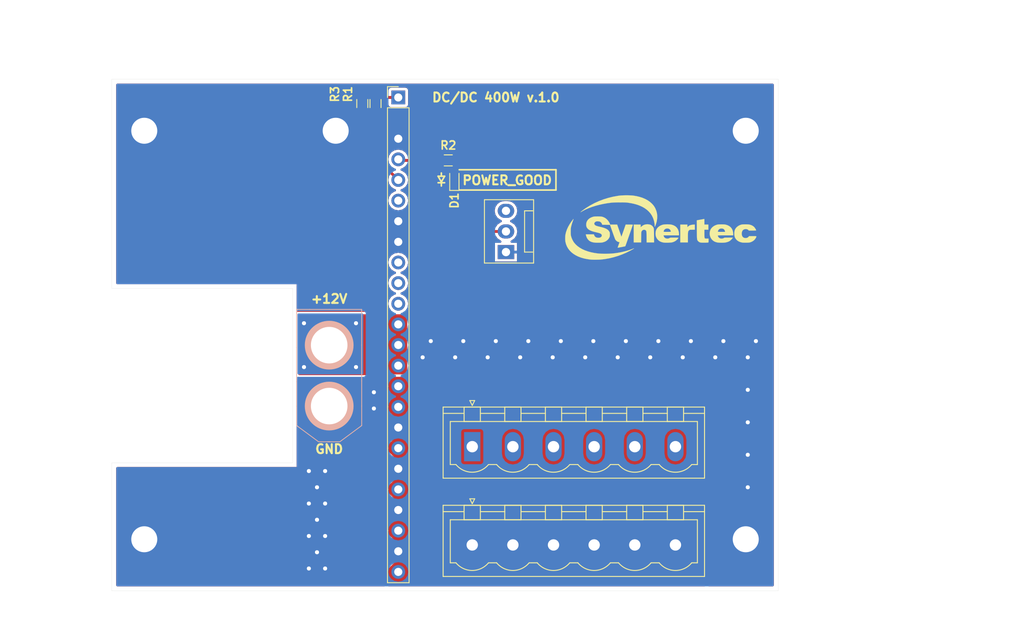
<source format=kicad_pcb>
(kicad_pcb (version 4) (host pcbnew 4.0.7-e2-6376~58~ubuntu16.04.1)

  (general
    (links 41)
    (no_connects 0)
    (area 77 57 203.000001 135.200001)
    (thickness 1.6)
    (drawings 29)
    (tracks 125)
    (zones 0)
    (modules 15)
    (nets 13)
  )

  (page A4)
  (layers
    (0 F.Cu signal)
    (31 B.Cu signal)
    (32 B.Adhes user)
    (33 F.Adhes user)
    (34 B.Paste user)
    (35 F.Paste user)
    (36 B.SilkS user)
    (37 F.SilkS user)
    (38 B.Mask user)
    (39 F.Mask user)
    (40 Dwgs.User user)
    (41 Cmts.User user)
    (42 Eco1.User user hide)
    (43 Eco2.User user hide)
    (44 Edge.Cuts user)
    (45 Margin user)
    (46 B.CrtYd user)
    (47 F.CrtYd user)
    (48 B.Fab user)
    (49 F.Fab user hide)
  )

  (setup
    (last_trace_width 0.35)
    (user_trace_width 0.35)
    (user_trace_width 1)
    (trace_clearance 0.35)
    (zone_clearance 0.3)
    (zone_45_only yes)
    (trace_min 0.35)
    (segment_width 0.2)
    (edge_width 0.15)
    (via_size 0.6)
    (via_drill 0.4)
    (via_min_size 0.4)
    (via_min_drill 0.3)
    (user_via 1 0.5)
    (uvia_size 0.3)
    (uvia_drill 0.1)
    (uvias_allowed no)
    (uvia_min_size 0.2)
    (uvia_min_drill 0.1)
    (pcb_text_width 0.3)
    (pcb_text_size 1.5 1.5)
    (mod_edge_width 0.15)
    (mod_text_size 1 1)
    (mod_text_width 0.15)
    (pad_size 5.7 5.7)
    (pad_drill 3.2)
    (pad_to_mask_clearance 0.2)
    (aux_axis_origin 0 0)
    (visible_elements FFFFFFFF)
    (pcbplotparams
      (layerselection 0x010e0_80000001)
      (usegerberextensions true)
      (excludeedgelayer true)
      (linewidth 0.100000)
      (plotframeref false)
      (viasonmask false)
      (mode 1)
      (useauxorigin false)
      (hpglpennumber 1)
      (hpglpenspeed 20)
      (hpglpendiameter 15)
      (hpglpenoverlay 2)
      (psnegative false)
      (psa4output false)
      (plotreference true)
      (plotvalue false)
      (plotinvisibletext false)
      (padsonsilk false)
      (subtractmaskfromsilk false)
      (outputformat 1)
      (mirror false)
      (drillshape 0)
      (scaleselection 1)
      (outputdirectory gerber))
  )

  (net 0 "")
  (net 1 /TRIM+)
  (net 2 GND)
  (net 3 /PWR_GOOD)
  (net 4 /TRIM-)
  (net 5 /NC)
  (net 6 /ENABLE)
  (net 7 /R_SENSE-)
  (net 8 /R_SENSE+)
  (net 9 +12V)
  (net 10 +5V)
  (net 11 "Net-(J2-Pad3)")
  (net 12 "Net-(D1-Pad2)")

  (net_class Default "This is the default net class."
    (clearance 0.35)
    (trace_width 0.35)
    (via_dia 0.6)
    (via_drill 0.4)
    (uvia_dia 0.3)
    (uvia_drill 0.1)
    (add_net +12V)
    (add_net +5V)
    (add_net /ENABLE)
    (add_net /NC)
    (add_net /PWR_GOOD)
    (add_net /R_SENSE+)
    (add_net /R_SENSE-)
    (add_net /TRIM+)
    (add_net /TRIM-)
    (add_net GND)
    (add_net "Net-(D1-Pad2)")
    (add_net "Net-(J2-Pad3)")
  )

  (module Pin_Headers:Pin_Header_Straight_1x24_Pitch2.54mm (layer F.Cu) (tedit 5ABB8153) (tstamp 5A3FDD45)
    (at 126 69)
    (descr "Through hole straight pin header, 1x24, 2.54mm pitch, single row")
    (tags "Through hole pin header THT 1x24 2.54mm single row")
    (path /5A3FDC8C)
    (fp_text reference J1 (at 0.1 2.7) (layer F.SilkS) hide
      (effects (font (size 1 1) (thickness 0.15)))
    )
    (fp_text value Conn_01x24 (at 0 60.75) (layer F.Fab)
      (effects (font (size 1 1) (thickness 0.15)))
    )
    (fp_line (start -0.635 -1.27) (end 1.27 -1.27) (layer F.Fab) (width 0.1))
    (fp_line (start 1.27 -1.27) (end 1.27 59.69) (layer F.Fab) (width 0.1))
    (fp_line (start 1.27 59.69) (end -1.27 59.69) (layer F.Fab) (width 0.1))
    (fp_line (start -1.27 59.69) (end -1.27 -0.635) (layer F.Fab) (width 0.1))
    (fp_line (start -1.27 -0.635) (end -0.635 -1.27) (layer F.Fab) (width 0.1))
    (fp_line (start -1.33 59.75) (end 1.33 59.75) (layer F.SilkS) (width 0.12))
    (fp_line (start -1.33 1.27) (end -1.33 59.75) (layer F.SilkS) (width 0.12))
    (fp_line (start 1.33 1.27) (end 1.33 59.75) (layer F.SilkS) (width 0.12))
    (fp_line (start -1.33 1.27) (end 1.33 1.27) (layer F.SilkS) (width 0.12))
    (fp_line (start -1.33 0) (end -1.33 -1.33) (layer F.SilkS) (width 0.12))
    (fp_line (start -1.33 -1.33) (end 0 -1.33) (layer F.SilkS) (width 0.12))
    (fp_line (start -1.8 -1.8) (end -1.8 60.2) (layer F.CrtYd) (width 0.05))
    (fp_line (start -1.8 60.2) (end 1.8 60.2) (layer F.CrtYd) (width 0.05))
    (fp_line (start 1.8 60.2) (end 1.8 -1.8) (layer F.CrtYd) (width 0.05))
    (fp_line (start 1.8 -1.8) (end -1.8 -1.8) (layer F.CrtYd) (width 0.05))
    (fp_text user %R (at 0 29.21 90) (layer F.Fab)
      (effects (font (size 1 1) (thickness 0.15)))
    )
    (pad 1 thru_hole rect (at 0 0) (size 1.7 1.7) (drill 1) (layers *.Cu *.Mask)
      (net 1 /TRIM+))
    (pad 3 thru_hole oval (at 0 5.08) (size 1.7 1.7) (drill 1) (layers *.Cu *.Mask)
      (net 2 GND))
    (pad 4 thru_hole oval (at 0 7.62) (size 1.7 1.7) (drill 1) (layers *.Cu *.Mask)
      (net 3 /PWR_GOOD))
    (pad 5 thru_hole oval (at 0 10.16) (size 1.7 1.7) (drill 1) (layers *.Cu *.Mask)
      (net 4 /TRIM-))
    (pad 6 thru_hole oval (at 0 12.7) (size 1.7 1.7) (drill 1) (layers *.Cu *.Mask)
      (net 5 /NC))
    (pad 7 thru_hole oval (at 0 15.24) (size 1.7 1.7) (drill 1) (layers *.Cu *.Mask)
      (net 2 GND))
    (pad 8 thru_hole oval (at 0 17.78) (size 1.7 1.7) (drill 1) (layers *.Cu *.Mask)
      (net 2 GND))
    (pad 9 thru_hole oval (at 0 20.32) (size 1.7 1.7) (drill 1) (layers *.Cu *.Mask)
      (net 6 /ENABLE))
    (pad 10 thru_hole oval (at 0 22.86) (size 1.7 1.7) (drill 1) (layers *.Cu *.Mask)
      (net 7 /R_SENSE-))
    (pad 11 thru_hole oval (at 0 25.4) (size 1.7 1.7) (drill 1) (layers *.Cu *.Mask)
      (net 8 /R_SENSE+))
    (pad 12 thru_hole oval (at 0 27.94) (size 1.7 1.7) (drill 1) (layers *.Cu *.Mask)
      (net 9 +12V))
    (pad 13 thru_hole oval (at 0 30.48) (size 1.7 1.7) (drill 1) (layers *.Cu *.Mask)
      (net 9 +12V))
    (pad 14 thru_hole oval (at 0 33.02) (size 1.7 1.7) (drill 1) (layers *.Cu *.Mask)
      (net 9 +12V))
    (pad 15 thru_hole oval (at 0 35.56) (size 1.7 1.7) (drill 1) (layers *.Cu *.Mask)
      (net 10 +5V))
    (pad 16 thru_hole oval (at 0 38.1) (size 1.7 1.7) (drill 1) (layers *.Cu *.Mask)
      (net 10 +5V))
    (pad 17 thru_hole oval (at 0 40.64) (size 1.7 1.7) (drill 1) (layers *.Cu *.Mask)
      (net 2 GND))
    (pad 18 thru_hole oval (at 0 43.18) (size 1.7 1.7) (drill 1) (layers *.Cu *.Mask)
      (net 10 +5V))
    (pad 19 thru_hole oval (at 0 45.72) (size 1.7 1.7) (drill 1) (layers *.Cu *.Mask)
      (net 2 GND))
    (pad 20 thru_hole oval (at 0 48.26) (size 1.7 1.7) (drill 1) (layers *.Cu *.Mask)
      (net 10 +5V))
    (pad 21 thru_hole oval (at 0 50.8) (size 1.7 1.7) (drill 1) (layers *.Cu *.Mask)
      (net 2 GND))
    (pad 22 thru_hole oval (at 0 53.34) (size 1.7 1.7) (drill 1) (layers *.Cu *.Mask)
      (net 10 +5V))
    (pad 23 thru_hole oval (at 0 55.88) (size 1.7 1.7) (drill 1) (layers *.Cu *.Mask)
      (net 2 GND))
    (pad 24 thru_hole oval (at 0 58.42) (size 1.7 1.7) (drill 1) (layers *.Cu *.Mask)
      (net 10 +5V))
    (model ${KISYS3DMOD}/Pin_Headers.3dshapes/Pin_Header_Straight_1x24_Pitch2.54mm.wrl
      (at (xyz 0 0 0))
      (scale (xyz 1 1 1))
      (rotate (xyz 0 0 0))
    )
  )

  (module Resistors_SMD:R_0603 (layer F.Cu) (tedit 5ABB819E) (tstamp 5A3FE250)
    (at 123.2 69.75 270)
    (descr "Resistor SMD 0603, reflow soldering, Vishay (see dcrcw.pdf)")
    (tags "resistor 0603")
    (path /5A3FE435)
    (attr smd)
    (fp_text reference R1 (at -1.15 3.4 270) (layer F.SilkS)
      (effects (font (size 1 1) (thickness 0.2)))
    )
    (fp_text value 402R (at 0 1.5 270) (layer F.Fab)
      (effects (font (size 1 1) (thickness 0.15)))
    )
    (fp_text user %R (at 0 0 270) (layer F.Fab)
      (effects (font (size 0.4 0.4) (thickness 0.075)))
    )
    (fp_line (start -0.8 0.4) (end -0.8 -0.4) (layer F.Fab) (width 0.1))
    (fp_line (start 0.8 0.4) (end -0.8 0.4) (layer F.Fab) (width 0.1))
    (fp_line (start 0.8 -0.4) (end 0.8 0.4) (layer F.Fab) (width 0.1))
    (fp_line (start -0.8 -0.4) (end 0.8 -0.4) (layer F.Fab) (width 0.1))
    (fp_line (start 0.5 0.68) (end -0.5 0.68) (layer F.SilkS) (width 0.12))
    (fp_line (start -0.5 -0.68) (end 0.5 -0.68) (layer F.SilkS) (width 0.12))
    (fp_line (start -1.25 -0.7) (end 1.25 -0.7) (layer F.CrtYd) (width 0.05))
    (fp_line (start -1.25 -0.7) (end -1.25 0.7) (layer F.CrtYd) (width 0.05))
    (fp_line (start 1.25 0.7) (end 1.25 -0.7) (layer F.CrtYd) (width 0.05))
    (fp_line (start 1.25 0.7) (end -1.25 0.7) (layer F.CrtYd) (width 0.05))
    (pad 1 smd rect (at -0.75 0 270) (size 0.5 0.9) (layers F.Cu F.Paste F.Mask)
      (net 1 /TRIM+))
    (pad 2 smd rect (at 0.75 0 270) (size 0.5 0.9) (layers F.Cu F.Paste F.Mask)
      (net 4 /TRIM-))
    (model ${KISYS3DMOD}/Resistors_SMD.3dshapes/R_0603.wrl
      (at (xyz 0 0 0))
      (scale (xyz 1 1 1))
      (rotate (xyz 0 0 0))
    )
  )

  (module custom:XT60 (layer B.Cu) (tedit 5ABB839B) (tstamp 5A4F85E7)
    (at 117.5 107 90)
    (path /5A4F84EC)
    (fp_text reference J6 (at 3.556 -6.096 90) (layer B.SilkS) hide
      (effects (font (size 1 1) (thickness 0.15)) (justify mirror))
    )
    (fp_text value Conn_01x02 (at 3.2 5.9 90) (layer B.Fab)
      (effects (font (size 1 1) (thickness 0.15)) (justify mirror))
    )
    (fp_line (start 7.2 -4) (end 11.9 -4) (layer B.SilkS) (width 0.1))
    (fp_line (start 11.9 -4) (end 11.9 -2.4) (layer B.SilkS) (width 0.1))
    (fp_line (start 7.5 4) (end 11.7 4) (layer B.SilkS) (width 0.1))
    (fp_line (start 11.7 4) (end 11.8 4) (layer B.SilkS) (width 0.1))
    (fp_line (start 11.8 4) (end 11.9 4) (layer B.SilkS) (width 0.1))
    (fp_line (start 11.9 4) (end 11.9 0) (layer B.SilkS) (width 0.1))
    (fp_line (start -2.4 -4) (end -4.4 -1.3) (layer B.SilkS) (width 0.1))
    (fp_line (start -2.4 4) (end -4.4 1.3) (layer B.SilkS) (width 0.1))
    (fp_line (start -4.4 0) (end -4.4 -1.25) (layer B.SilkS) (width 0.1))
    (fp_line (start -4.4 0) (end -4.4 1.25) (layer B.SilkS) (width 0.1))
    (fp_line (start 0 -4) (end -2.4 -4) (layer B.SilkS) (width 0.1))
    (fp_line (start 3 -4) (end 0 -4) (layer B.SilkS) (width 0.1))
    (fp_line (start 0 4) (end -2.4 4) (layer B.SilkS) (width 0.1))
    (fp_line (start 3.1 4) (end 0 4) (layer B.SilkS) (width 0.1))
    (fp_line (start -4.4 0.1) (end -4.4 -0.2) (layer B.SilkS) (width 0.1))
    (fp_line (start 11.9 0) (end 11.9 -2.4) (layer B.SilkS) (width 0.1))
    (fp_line (start 7.5 4) (end 3.1 4) (layer B.SilkS) (width 0.1))
    (fp_line (start 7.2 -4) (end 3 -4) (layer B.SilkS) (width 0.1))
    (pad 1 thru_hole circle (at 0 0 90) (size 6 6) (drill 4.5) (layers *.Cu *.Mask B.SilkS)
      (net 2 GND))
    (pad 2 thru_hole circle (at 7.5 0 90) (size 6 6) (drill 4.5) (layers *.Cu *.Mask B.SilkS)
      (net 9 +12V))
  )

  (module Connectors:Fan_Pin_Header_Straight_1x03 (layer F.Cu) (tedit 5A7F25F3) (tstamp 5A58C57A)
    (at 139.25 88.04 180)
    (descr "3-pin CPU fan Through hole pin header")
    (tags "pin header 3-pin CPU fan")
    (path /5A58C05E)
    (fp_text reference J2 (at 0 -2.1 180) (layer F.SilkS) hide
      (effects (font (size 1 1) (thickness 0.15)))
    )
    (fp_text value Conn_01x03 (at 0 7.25 180) (layer F.Fab)
      (effects (font (size 1 1) (thickness 0.15)))
    )
    (fp_text user %R (at 0 -2.1 180) (layer F.Fab)
      (effects (font (size 1 1) (thickness 0.15)))
    )
    (fp_line (start -3.4 -1.35) (end 2.65 -1.35) (layer F.SilkS) (width 0.12))
    (fp_line (start 2.65 -1.35) (end 2.65 6.45) (layer F.SilkS) (width 0.12))
    (fp_line (start 2.65 6.45) (end -3.4 6.45) (layer F.SilkS) (width 0.12))
    (fp_line (start -3.4 6.45) (end -3.4 -1.35) (layer F.SilkS) (width 0.12))
    (fp_line (start -3.3 5.05) (end -2.3 5.05) (layer F.Fab) (width 0.1))
    (fp_line (start -2.3 5.05) (end -2.3 0) (layer F.Fab) (width 0.1))
    (fp_line (start -2.3 0) (end -3.3 0) (layer F.Fab) (width 0.1))
    (fp_line (start -3.3 -1.25) (end 2.55 -1.25) (layer F.Fab) (width 0.1))
    (fp_line (start 2.55 -1.25) (end 2.55 6.35) (layer F.Fab) (width 0.1))
    (fp_line (start 2.55 6.35) (end -3.3 6.35) (layer F.Fab) (width 0.1))
    (fp_line (start -3.3 6.35) (end -3.3 -1.25) (layer F.Fab) (width 0.1))
    (fp_line (start -3.3 0) (end -2.29 0) (layer F.SilkS) (width 0.12))
    (fp_line (start -2.29 0) (end -2.29 5.08) (layer F.SilkS) (width 0.12))
    (fp_line (start -2.29 5.08) (end -3.3 5.08) (layer F.SilkS) (width 0.12))
    (fp_line (start -3.8 -1.75) (end 3.05 -1.75) (layer F.CrtYd) (width 0.05))
    (fp_line (start -3.8 -1.75) (end -3.8 6.85) (layer F.CrtYd) (width 0.05))
    (fp_line (start 3.05 6.85) (end 3.05 -1.75) (layer F.CrtYd) (width 0.05))
    (fp_line (start 3.05 6.85) (end -3.8 6.85) (layer F.CrtYd) (width 0.05))
    (pad 1 thru_hole rect (at 0 0 180) (size 2.03 1.73) (drill 1.02) (layers *.Cu *.Mask)
      (net 2 GND))
    (pad 2 thru_hole oval (at 0 2.54 180) (size 2.03 1.73) (drill 1.02) (layers *.Cu *.Mask)
      (net 9 +12V))
    (pad 3 thru_hole oval (at 0 5.08 180) (size 2.03 1.73) (drill 1.02) (layers *.Cu *.Mask)
      (net 11 "Net-(J2-Pad3)"))
    (model Connectors.3dshapes\Fan_Pin_Header_Straight_1x03.wrl
      (at (xyz 0 0 0))
      (scale (xyz 0.39 0.39 0.39))
      (rotate (xyz 0 0 -90))
    )
  )

  (module Diodes_SMD:D_0603 (layer F.Cu) (tedit 5ABB81A6) (tstamp 5A59FEB9)
    (at 132.9 79.15 90)
    (descr "Diode SMD in 0603 package http://datasheets.avx.com/schottky.pdf")
    (tags "smd diode")
    (path /5A59FF6B)
    (attr smd)
    (fp_text reference D1 (at -2.55 0 90) (layer F.SilkS)
      (effects (font (size 1 1) (thickness 0.2)))
    )
    (fp_text value LED (at 0 1.4 90) (layer F.Fab)
      (effects (font (size 1 1) (thickness 0.15)))
    )
    (fp_text user %R (at 0 -1.4 90) (layer F.Fab)
      (effects (font (size 1 1) (thickness 0.15)))
    )
    (fp_line (start -1.3 -0.57) (end -1.3 0.57) (layer F.SilkS) (width 0.12))
    (fp_line (start 1.4 0.67) (end 1.4 -0.67) (layer F.CrtYd) (width 0.05))
    (fp_line (start -1.4 0.67) (end 1.4 0.67) (layer F.CrtYd) (width 0.05))
    (fp_line (start -1.4 -0.67) (end -1.4 0.67) (layer F.CrtYd) (width 0.05))
    (fp_line (start 1.4 -0.67) (end -1.4 -0.67) (layer F.CrtYd) (width 0.05))
    (fp_line (start 0.2 0) (end 0.4 0) (layer F.Fab) (width 0.1))
    (fp_line (start -0.1 0) (end -0.3 0) (layer F.Fab) (width 0.1))
    (fp_line (start -0.1 -0.2) (end -0.1 0.2) (layer F.Fab) (width 0.1))
    (fp_line (start 0.2 0.2) (end 0.2 -0.2) (layer F.Fab) (width 0.1))
    (fp_line (start -0.1 0) (end 0.2 0.2) (layer F.Fab) (width 0.1))
    (fp_line (start 0.2 -0.2) (end -0.1 0) (layer F.Fab) (width 0.1))
    (fp_line (start -0.8 0.45) (end -0.8 -0.45) (layer F.Fab) (width 0.1))
    (fp_line (start 0.8 0.45) (end -0.8 0.45) (layer F.Fab) (width 0.1))
    (fp_line (start 0.8 -0.45) (end 0.8 0.45) (layer F.Fab) (width 0.1))
    (fp_line (start -0.8 -0.45) (end 0.8 -0.45) (layer F.Fab) (width 0.1))
    (fp_line (start -1.3 0.57) (end 0.8 0.57) (layer F.SilkS) (width 0.12))
    (fp_line (start -1.3 -0.57) (end 0.8 -0.57) (layer F.SilkS) (width 0.12))
    (pad 1 smd rect (at -0.85 0 90) (size 0.6 0.8) (layers F.Cu F.Paste F.Mask)
      (net 2 GND))
    (pad 2 smd rect (at 0.85 0 90) (size 0.6 0.8) (layers F.Cu F.Paste F.Mask)
      (net 12 "Net-(D1-Pad2)"))
    (model ${KISYS3DMOD}/Diodes_SMD.3dshapes/D_0603.wrl
      (at (xyz 0 0 0))
      (scale (xyz 1 1 1))
      (rotate (xyz 0 0 0))
    )
  )

  (module Resistors_SMD:R_0603 (layer F.Cu) (tedit 5ABB81A3) (tstamp 5A59FEBF)
    (at 132.15 76.75)
    (descr "Resistor SMD 0603, reflow soldering, Vishay (see dcrcw.pdf)")
    (tags "resistor 0603")
    (path /5A59FEE8)
    (attr smd)
    (fp_text reference R2 (at 0 -1.85) (layer F.SilkS)
      (effects (font (size 1 1) (thickness 0.2)))
    )
    (fp_text value 560R (at 0 1.5) (layer F.Fab)
      (effects (font (size 1 1) (thickness 0.15)))
    )
    (fp_text user %R (at 0 0) (layer F.Fab)
      (effects (font (size 0.4 0.4) (thickness 0.075)))
    )
    (fp_line (start -0.8 0.4) (end -0.8 -0.4) (layer F.Fab) (width 0.1))
    (fp_line (start 0.8 0.4) (end -0.8 0.4) (layer F.Fab) (width 0.1))
    (fp_line (start 0.8 -0.4) (end 0.8 0.4) (layer F.Fab) (width 0.1))
    (fp_line (start -0.8 -0.4) (end 0.8 -0.4) (layer F.Fab) (width 0.1))
    (fp_line (start 0.5 0.68) (end -0.5 0.68) (layer F.SilkS) (width 0.12))
    (fp_line (start -0.5 -0.68) (end 0.5 -0.68) (layer F.SilkS) (width 0.12))
    (fp_line (start -1.25 -0.7) (end 1.25 -0.7) (layer F.CrtYd) (width 0.05))
    (fp_line (start -1.25 -0.7) (end -1.25 0.7) (layer F.CrtYd) (width 0.05))
    (fp_line (start 1.25 0.7) (end 1.25 -0.7) (layer F.CrtYd) (width 0.05))
    (fp_line (start 1.25 0.7) (end -1.25 0.7) (layer F.CrtYd) (width 0.05))
    (pad 1 smd rect (at -0.75 0) (size 0.5 0.9) (layers F.Cu F.Paste F.Mask)
      (net 3 /PWR_GOOD))
    (pad 2 smd rect (at 0.75 0) (size 0.5 0.9) (layers F.Cu F.Paste F.Mask)
      (net 12 "Net-(D1-Pad2)"))
    (model ${KISYS3DMOD}/Resistors_SMD.3dshapes/R_0603.wrl
      (at (xyz 0 0 0))
      (scale (xyz 1 1 1))
      (rotate (xyz 0 0 0))
    )
  )

  (module Mounting_Holes:MountingHole_3.2mm_M3_ISO7380_Pad (layer F.Cu) (tedit 5A7F25FD) (tstamp 5A5A515D)
    (at 94.75 73.1)
    (descr "Mounting Hole 3.2mm, M3, ISO7380")
    (tags "mounting hole 3.2mm m3 iso7380")
    (path /5A5A5FB2)
    (attr virtual)
    (fp_text reference J5 (at 0 -3.85) (layer F.SilkS) hide
      (effects (font (size 1 1) (thickness 0.15)))
    )
    (fp_text value Conn_01x01 (at 0 3.85) (layer F.Fab)
      (effects (font (size 1 1) (thickness 0.15)))
    )
    (fp_text user %R (at 0.3 0) (layer F.Fab)
      (effects (font (size 1 1) (thickness 0.15)))
    )
    (fp_circle (center 0 0) (end 2.85 0) (layer Cmts.User) (width 0.15))
    (fp_circle (center 0 0) (end 3.1 0) (layer F.CrtYd) (width 0.05))
    (pad 1 thru_hole circle (at 0 0) (size 5.7 5.7) (drill 3.2) (layers *.Cu *.Mask)
      (net 2 GND))
  )

  (module Mounting_Holes:MountingHole_3.2mm_M3_ISO7380_Pad (layer F.Cu) (tedit 5A7F25F8) (tstamp 5A5A5162)
    (at 168.75 73.1)
    (descr "Mounting Hole 3.2mm, M3, ISO7380")
    (tags "mounting hole 3.2mm m3 iso7380")
    (path /5A5A61A1)
    (attr virtual)
    (fp_text reference J7 (at 0 -3.85) (layer F.SilkS) hide
      (effects (font (size 1 1) (thickness 0.15)))
    )
    (fp_text value Conn_01x01 (at 0 3.85) (layer F.Fab)
      (effects (font (size 1 1) (thickness 0.15)))
    )
    (fp_text user %R (at 0.3 0) (layer F.Fab)
      (effects (font (size 1 1) (thickness 0.15)))
    )
    (fp_circle (center 0 0) (end 2.85 0) (layer Cmts.User) (width 0.15))
    (fp_circle (center 0 0) (end 3.1 0) (layer F.CrtYd) (width 0.05))
    (pad 1 thru_hole circle (at 0 0) (size 5.7 5.7) (drill 3.2) (layers *.Cu *.Mask)
      (net 2 GND))
  )

  (module Mounting_Holes:MountingHole_3.2mm_M3_ISO7380_Pad (layer F.Cu) (tedit 5A7F2602) (tstamp 5A5A5167)
    (at 94.75 123.4)
    (descr "Mounting Hole 3.2mm, M3, ISO7380")
    (tags "mounting hole 3.2mm m3 iso7380")
    (path /5A5A61E1)
    (attr virtual)
    (fp_text reference J8 (at 0 -3.85) (layer F.SilkS) hide
      (effects (font (size 1 1) (thickness 0.15)))
    )
    (fp_text value Conn_01x01 (at 0 3.85) (layer F.Fab)
      (effects (font (size 1 1) (thickness 0.15)))
    )
    (fp_text user %R (at 0.3 0) (layer F.Fab)
      (effects (font (size 1 1) (thickness 0.15)))
    )
    (fp_circle (center 0 0) (end 2.85 0) (layer Cmts.User) (width 0.15))
    (fp_circle (center 0 0) (end 3.1 0) (layer F.CrtYd) (width 0.05))
    (pad 1 thru_hole circle (at 0 0) (size 5.7 5.7) (drill 3.2) (layers *.Cu *.Mask)
      (net 2 GND))
  )

  (module Mounting_Holes:MountingHole_3.2mm_M3_ISO7380_Pad (layer F.Cu) (tedit 5A7F2608) (tstamp 5A5A53AE)
    (at 168.75 123.4)
    (descr "Mounting Hole 3.2mm, M3, ISO7380")
    (tags "mounting hole 3.2mm m3 iso7380")
    (path /5A5A650B)
    (attr virtual)
    (fp_text reference J9 (at 0 -3.85) (layer F.SilkS) hide
      (effects (font (size 1 1) (thickness 0.15)))
    )
    (fp_text value Conn_01x01 (at 0 3.85) (layer F.Fab)
      (effects (font (size 1 1) (thickness 0.15)))
    )
    (fp_text user %R (at 0.3 0) (layer F.Fab)
      (effects (font (size 1 1) (thickness 0.15)))
    )
    (fp_circle (center 0 0) (end 2.85 0) (layer Cmts.User) (width 0.15))
    (fp_circle (center 0 0) (end 3.1 0) (layer F.CrtYd) (width 0.05))
    (pad 1 thru_hole circle (at 0 0) (size 5.7 5.7) (drill 3.2) (layers *.Cu *.Mask)
      (net 2 GND))
  )

  (module Mounting_Holes:MountingHole_3.2mm_M3_ISO7380_Pad (layer F.Cu) (tedit 5ABB8162) (tstamp 5A5DC8A9)
    (at 118.3 73.1)
    (descr "Mounting Hole 3.2mm, M3, ISO7380")
    (tags "mounting hole 3.2mm m3 iso7380")
    (path /5A5DC987)
    (attr virtual)
    (fp_text reference J4 (at -0.2 4.4) (layer F.SilkS) hide
      (effects (font (size 1 1) (thickness 0.15)))
    )
    (fp_text value Conn_01x01 (at 0 3.85) (layer F.Fab)
      (effects (font (size 1 1) (thickness 0.15)))
    )
    (fp_text user %R (at 0.3 0) (layer F.Fab)
      (effects (font (size 1 1) (thickness 0.15)))
    )
    (fp_circle (center 0 0) (end 2.85 0) (layer Cmts.User) (width 0.15))
    (fp_circle (center 0 0) (end 3.1 0) (layer F.CrtYd) (width 0.05))
    (pad 1 thru_hole circle (at 0 0) (size 5.7 5.7) (drill 3.2) (layers *.Cu *.Mask)
      (net 2 GND))
  )

  (module Resistors_SMD:R_0603 (layer F.Cu) (tedit 5ABB819A) (tstamp 5A7EB070)
    (at 121.575 69.75 270)
    (descr "Resistor SMD 0603, reflow soldering, Vishay (see dcrcw.pdf)")
    (tags "resistor 0603")
    (path /5A7EB192)
    (attr smd)
    (fp_text reference R3 (at -1.15 3.375 270) (layer F.SilkS)
      (effects (font (size 1 1) (thickness 0.2)))
    )
    (fp_text value 402R (at 0 1.5 270) (layer F.Fab)
      (effects (font (size 1 1) (thickness 0.15)))
    )
    (fp_text user %R (at 0 0 270) (layer F.Fab)
      (effects (font (size 0.4 0.4) (thickness 0.075)))
    )
    (fp_line (start -0.8 0.4) (end -0.8 -0.4) (layer F.Fab) (width 0.1))
    (fp_line (start 0.8 0.4) (end -0.8 0.4) (layer F.Fab) (width 0.1))
    (fp_line (start 0.8 -0.4) (end 0.8 0.4) (layer F.Fab) (width 0.1))
    (fp_line (start -0.8 -0.4) (end 0.8 -0.4) (layer F.Fab) (width 0.1))
    (fp_line (start 0.5 0.68) (end -0.5 0.68) (layer F.SilkS) (width 0.12))
    (fp_line (start -0.5 -0.68) (end 0.5 -0.68) (layer F.SilkS) (width 0.12))
    (fp_line (start -1.25 -0.7) (end 1.25 -0.7) (layer F.CrtYd) (width 0.05))
    (fp_line (start -1.25 -0.7) (end -1.25 0.7) (layer F.CrtYd) (width 0.05))
    (fp_line (start 1.25 0.7) (end 1.25 -0.7) (layer F.CrtYd) (width 0.05))
    (fp_line (start 1.25 0.7) (end -1.25 0.7) (layer F.CrtYd) (width 0.05))
    (pad 1 smd rect (at -0.75 0 270) (size 0.5 0.9) (layers F.Cu F.Paste F.Mask)
      (net 1 /TRIM+))
    (pad 2 smd rect (at 0.75 0 270) (size 0.5 0.9) (layers F.Cu F.Paste F.Mask)
      (net 4 /TRIM-))
    (model ${KISYS3DMOD}/Resistors_SMD.3dshapes/R_0603.wrl
      (at (xyz 0 0 0))
      (scale (xyz 1 1 1))
      (rotate (xyz 0 0 0))
    )
  )

  (module Connectors_Phoenix:PhoenixContact_MSTBVA-G_06x5.00mm_Vertical (layer F.Cu) (tedit 5A7F260E) (tstamp 5A7EB148)
    (at 135.1 112)
    (descr "Generic Phoenix Contact connector footprint for series: MSTBVA-G; number of pins: 06; pin pitch: 5.00mm; Vertical || order number: 1755558 12A || order number: 1924237 16A (HC)")
    (tags "phoenix_contact connector MSTBVA_01x06_G_5.00mm")
    (path /5A7EB3AF)
    (fp_text reference J11 (at 12.5 -5.8) (layer F.SilkS) hide
      (effects (font (size 1 1) (thickness 0.15)))
    )
    (fp_text value Conn_01x06 (at 12.5 4.8) (layer F.Fab)
      (effects (font (size 1 1) (thickness 0.15)))
    )
    (fp_arc (start 0 0.55) (end -2 2.2) (angle -100.5) (layer F.SilkS) (width 0.12))
    (fp_arc (start 5 0.55) (end 3 2.2) (angle -100.5) (layer F.SilkS) (width 0.12))
    (fp_arc (start 10 0.55) (end 8 2.2) (angle -100.5) (layer F.SilkS) (width 0.12))
    (fp_arc (start 15 0.55) (end 13 2.2) (angle -100.5) (layer F.SilkS) (width 0.12))
    (fp_arc (start 20 0.55) (end 18 2.2) (angle -100.5) (layer F.SilkS) (width 0.12))
    (fp_arc (start 25 0.55) (end 23 2.2) (angle -100.5) (layer F.SilkS) (width 0.12))
    (fp_line (start -3.58 -4.88) (end -3.58 3.88) (layer F.SilkS) (width 0.12))
    (fp_line (start -3.58 3.88) (end 28.58 3.88) (layer F.SilkS) (width 0.12))
    (fp_line (start 28.58 3.88) (end 28.58 -4.88) (layer F.SilkS) (width 0.12))
    (fp_line (start 28.58 -4.88) (end -3.58 -4.88) (layer F.SilkS) (width 0.12))
    (fp_line (start -3.5 -4.8) (end -3.5 3.8) (layer F.Fab) (width 0.1))
    (fp_line (start -3.5 3.8) (end 28.5 3.8) (layer F.Fab) (width 0.1))
    (fp_line (start 28.5 3.8) (end 28.5 -4.8) (layer F.Fab) (width 0.1))
    (fp_line (start 28.5 -4.8) (end -3.5 -4.8) (layer F.Fab) (width 0.1))
    (fp_line (start -3.58 -4.1) (end -1.08 -4.1) (layer F.SilkS) (width 0.12))
    (fp_line (start 28.58 -4.1) (end 26.08 -4.1) (layer F.SilkS) (width 0.12))
    (fp_line (start 1 -4.1) (end 4 -4.1) (layer F.SilkS) (width 0.12))
    (fp_line (start 6 -4.1) (end 9 -4.1) (layer F.SilkS) (width 0.12))
    (fp_line (start 11 -4.1) (end 14 -4.1) (layer F.SilkS) (width 0.12))
    (fp_line (start 16 -4.1) (end 19 -4.1) (layer F.SilkS) (width 0.12))
    (fp_line (start 21 -4.1) (end 24 -4.1) (layer F.SilkS) (width 0.12))
    (fp_line (start -1 -3.1) (end -1 -4.88) (layer F.SilkS) (width 0.12))
    (fp_line (start -1 -4.88) (end 1 -4.88) (layer F.SilkS) (width 0.12))
    (fp_line (start 1 -4.88) (end 1 -3.1) (layer F.SilkS) (width 0.12))
    (fp_line (start 1 -3.1) (end -1 -3.1) (layer F.SilkS) (width 0.12))
    (fp_line (start 4 -3.1) (end 4 -4.88) (layer F.SilkS) (width 0.12))
    (fp_line (start 4 -4.88) (end 6 -4.88) (layer F.SilkS) (width 0.12))
    (fp_line (start 6 -4.88) (end 6 -3.1) (layer F.SilkS) (width 0.12))
    (fp_line (start 6 -3.1) (end 4 -3.1) (layer F.SilkS) (width 0.12))
    (fp_line (start 9 -3.1) (end 9 -4.88) (layer F.SilkS) (width 0.12))
    (fp_line (start 9 -4.88) (end 11 -4.88) (layer F.SilkS) (width 0.12))
    (fp_line (start 11 -4.88) (end 11 -3.1) (layer F.SilkS) (width 0.12))
    (fp_line (start 11 -3.1) (end 9 -3.1) (layer F.SilkS) (width 0.12))
    (fp_line (start 14 -3.1) (end 14 -4.88) (layer F.SilkS) (width 0.12))
    (fp_line (start 14 -4.88) (end 16 -4.88) (layer F.SilkS) (width 0.12))
    (fp_line (start 16 -4.88) (end 16 -3.1) (layer F.SilkS) (width 0.12))
    (fp_line (start 16 -3.1) (end 14 -3.1) (layer F.SilkS) (width 0.12))
    (fp_line (start 19 -3.1) (end 19 -4.88) (layer F.SilkS) (width 0.12))
    (fp_line (start 19 -4.88) (end 21 -4.88) (layer F.SilkS) (width 0.12))
    (fp_line (start 21 -4.88) (end 21 -3.1) (layer F.SilkS) (width 0.12))
    (fp_line (start 21 -3.1) (end 19 -3.1) (layer F.SilkS) (width 0.12))
    (fp_line (start 24 -3.1) (end 24 -4.88) (layer F.SilkS) (width 0.12))
    (fp_line (start 24 -4.88) (end 26 -4.88) (layer F.SilkS) (width 0.12))
    (fp_line (start 26 -4.88) (end 26 -3.1) (layer F.SilkS) (width 0.12))
    (fp_line (start 26 -3.1) (end 24 -3.1) (layer F.SilkS) (width 0.12))
    (fp_line (start 2 2.2) (end 3 2.2) (layer F.SilkS) (width 0.12))
    (fp_line (start 7 2.2) (end 8 2.2) (layer F.SilkS) (width 0.12))
    (fp_line (start 12 2.2) (end 13 2.2) (layer F.SilkS) (width 0.12))
    (fp_line (start 17 2.2) (end 18 2.2) (layer F.SilkS) (width 0.12))
    (fp_line (start 22 2.2) (end 23 2.2) (layer F.SilkS) (width 0.12))
    (fp_line (start -2 2.2) (end -2.7 2.2) (layer F.SilkS) (width 0.12))
    (fp_line (start -2.7 2.2) (end -2.7 -3.1) (layer F.SilkS) (width 0.12))
    (fp_line (start -2.7 -3.1) (end 27.7 -3.1) (layer F.SilkS) (width 0.12))
    (fp_line (start 27.7 -3.1) (end 27.7 2.2) (layer F.SilkS) (width 0.12))
    (fp_line (start 27.7 2.2) (end 27 2.2) (layer F.SilkS) (width 0.12))
    (fp_line (start -4 -5.3) (end -4 4.3) (layer F.CrtYd) (width 0.05))
    (fp_line (start -4 4.3) (end 29 4.3) (layer F.CrtYd) (width 0.05))
    (fp_line (start 29 4.3) (end 29 -5.3) (layer F.CrtYd) (width 0.05))
    (fp_line (start 29 -5.3) (end -4 -5.3) (layer F.CrtYd) (width 0.05))
    (fp_line (start 0.3 -5.68) (end 0 -5.08) (layer F.SilkS) (width 0.12))
    (fp_line (start 0 -5.08) (end -0.3 -5.68) (layer F.SilkS) (width 0.12))
    (fp_line (start -0.3 -5.68) (end 0.3 -5.68) (layer F.SilkS) (width 0.12))
    (fp_line (start 0.5 -3.55) (end 0 -2.55) (layer F.Fab) (width 0.1))
    (fp_line (start 0 -2.55) (end -0.5 -3.55) (layer F.Fab) (width 0.1))
    (fp_line (start -0.5 -3.55) (end 0.5 -3.55) (layer F.Fab) (width 0.1))
    (fp_text user %R (at 12.5 -3) (layer F.Fab)
      (effects (font (size 1 1) (thickness 0.15)))
    )
    (pad 1 thru_hole rect (at 0 0) (size 2 3.6) (drill 1.4) (layers *.Cu *.Mask)
      (net 10 +5V))
    (pad 2 thru_hole oval (at 5 0) (size 2 3.6) (drill 1.4) (layers *.Cu *.Mask)
      (net 10 +5V))
    (pad 3 thru_hole oval (at 10 0) (size 2 3.6) (drill 1.4) (layers *.Cu *.Mask)
      (net 10 +5V))
    (pad 4 thru_hole oval (at 15 0) (size 2 3.6) (drill 1.4) (layers *.Cu *.Mask)
      (net 10 +5V))
    (pad 5 thru_hole oval (at 20 0) (size 2 3.6) (drill 1.4) (layers *.Cu *.Mask)
      (net 10 +5V))
    (pad 6 thru_hole oval (at 25 0) (size 2 3.6) (drill 1.4) (layers *.Cu *.Mask)
      (net 10 +5V))
    (model ${KISYS3DMOD}/Connectors_Phoenix.3dshapes/PhoenixContact_MSTBVA-G_06x5.00mm_Vertical.wrl
      (at (xyz 0 0 0))
      (scale (xyz 1 1 1))
      (rotate (xyz 0 0 0))
    )
  )

  (module Connectors_Phoenix:PhoenixContact_MSTBVA-G_06x5.00mm_Vertical (layer F.Cu) (tedit 5A7F260B) (tstamp 5A7EB152)
    (at 135.1 124.1)
    (descr "Generic Phoenix Contact connector footprint for series: MSTBVA-G; number of pins: 06; pin pitch: 5.00mm; Vertical || order number: 1755558 12A || order number: 1924237 16A (HC)")
    (tags "phoenix_contact connector MSTBVA_01x06_G_5.00mm")
    (path /5A7EB42F)
    (fp_text reference J12 (at 12.5 -5.8) (layer F.SilkS) hide
      (effects (font (size 1 1) (thickness 0.15)))
    )
    (fp_text value Conn_01x06 (at 12.5 4.8) (layer F.Fab)
      (effects (font (size 1 1) (thickness 0.15)))
    )
    (fp_arc (start 0 0.55) (end -2 2.2) (angle -100.5) (layer F.SilkS) (width 0.12))
    (fp_arc (start 5 0.55) (end 3 2.2) (angle -100.5) (layer F.SilkS) (width 0.12))
    (fp_arc (start 10 0.55) (end 8 2.2) (angle -100.5) (layer F.SilkS) (width 0.12))
    (fp_arc (start 15 0.55) (end 13 2.2) (angle -100.5) (layer F.SilkS) (width 0.12))
    (fp_arc (start 20 0.55) (end 18 2.2) (angle -100.5) (layer F.SilkS) (width 0.12))
    (fp_arc (start 25 0.55) (end 23 2.2) (angle -100.5) (layer F.SilkS) (width 0.12))
    (fp_line (start -3.58 -4.88) (end -3.58 3.88) (layer F.SilkS) (width 0.12))
    (fp_line (start -3.58 3.88) (end 28.58 3.88) (layer F.SilkS) (width 0.12))
    (fp_line (start 28.58 3.88) (end 28.58 -4.88) (layer F.SilkS) (width 0.12))
    (fp_line (start 28.58 -4.88) (end -3.58 -4.88) (layer F.SilkS) (width 0.12))
    (fp_line (start -3.5 -4.8) (end -3.5 3.8) (layer F.Fab) (width 0.1))
    (fp_line (start -3.5 3.8) (end 28.5 3.8) (layer F.Fab) (width 0.1))
    (fp_line (start 28.5 3.8) (end 28.5 -4.8) (layer F.Fab) (width 0.1))
    (fp_line (start 28.5 -4.8) (end -3.5 -4.8) (layer F.Fab) (width 0.1))
    (fp_line (start -3.58 -4.1) (end -1.08 -4.1) (layer F.SilkS) (width 0.12))
    (fp_line (start 28.58 -4.1) (end 26.08 -4.1) (layer F.SilkS) (width 0.12))
    (fp_line (start 1 -4.1) (end 4 -4.1) (layer F.SilkS) (width 0.12))
    (fp_line (start 6 -4.1) (end 9 -4.1) (layer F.SilkS) (width 0.12))
    (fp_line (start 11 -4.1) (end 14 -4.1) (layer F.SilkS) (width 0.12))
    (fp_line (start 16 -4.1) (end 19 -4.1) (layer F.SilkS) (width 0.12))
    (fp_line (start 21 -4.1) (end 24 -4.1) (layer F.SilkS) (width 0.12))
    (fp_line (start -1 -3.1) (end -1 -4.88) (layer F.SilkS) (width 0.12))
    (fp_line (start -1 -4.88) (end 1 -4.88) (layer F.SilkS) (width 0.12))
    (fp_line (start 1 -4.88) (end 1 -3.1) (layer F.SilkS) (width 0.12))
    (fp_line (start 1 -3.1) (end -1 -3.1) (layer F.SilkS) (width 0.12))
    (fp_line (start 4 -3.1) (end 4 -4.88) (layer F.SilkS) (width 0.12))
    (fp_line (start 4 -4.88) (end 6 -4.88) (layer F.SilkS) (width 0.12))
    (fp_line (start 6 -4.88) (end 6 -3.1) (layer F.SilkS) (width 0.12))
    (fp_line (start 6 -3.1) (end 4 -3.1) (layer F.SilkS) (width 0.12))
    (fp_line (start 9 -3.1) (end 9 -4.88) (layer F.SilkS) (width 0.12))
    (fp_line (start 9 -4.88) (end 11 -4.88) (layer F.SilkS) (width 0.12))
    (fp_line (start 11 -4.88) (end 11 -3.1) (layer F.SilkS) (width 0.12))
    (fp_line (start 11 -3.1) (end 9 -3.1) (layer F.SilkS) (width 0.12))
    (fp_line (start 14 -3.1) (end 14 -4.88) (layer F.SilkS) (width 0.12))
    (fp_line (start 14 -4.88) (end 16 -4.88) (layer F.SilkS) (width 0.12))
    (fp_line (start 16 -4.88) (end 16 -3.1) (layer F.SilkS) (width 0.12))
    (fp_line (start 16 -3.1) (end 14 -3.1) (layer F.SilkS) (width 0.12))
    (fp_line (start 19 -3.1) (end 19 -4.88) (layer F.SilkS) (width 0.12))
    (fp_line (start 19 -4.88) (end 21 -4.88) (layer F.SilkS) (width 0.12))
    (fp_line (start 21 -4.88) (end 21 -3.1) (layer F.SilkS) (width 0.12))
    (fp_line (start 21 -3.1) (end 19 -3.1) (layer F.SilkS) (width 0.12))
    (fp_line (start 24 -3.1) (end 24 -4.88) (layer F.SilkS) (width 0.12))
    (fp_line (start 24 -4.88) (end 26 -4.88) (layer F.SilkS) (width 0.12))
    (fp_line (start 26 -4.88) (end 26 -3.1) (layer F.SilkS) (width 0.12))
    (fp_line (start 26 -3.1) (end 24 -3.1) (layer F.SilkS) (width 0.12))
    (fp_line (start 2 2.2) (end 3 2.2) (layer F.SilkS) (width 0.12))
    (fp_line (start 7 2.2) (end 8 2.2) (layer F.SilkS) (width 0.12))
    (fp_line (start 12 2.2) (end 13 2.2) (layer F.SilkS) (width 0.12))
    (fp_line (start 17 2.2) (end 18 2.2) (layer F.SilkS) (width 0.12))
    (fp_line (start 22 2.2) (end 23 2.2) (layer F.SilkS) (width 0.12))
    (fp_line (start -2 2.2) (end -2.7 2.2) (layer F.SilkS) (width 0.12))
    (fp_line (start -2.7 2.2) (end -2.7 -3.1) (layer F.SilkS) (width 0.12))
    (fp_line (start -2.7 -3.1) (end 27.7 -3.1) (layer F.SilkS) (width 0.12))
    (fp_line (start 27.7 -3.1) (end 27.7 2.2) (layer F.SilkS) (width 0.12))
    (fp_line (start 27.7 2.2) (end 27 2.2) (layer F.SilkS) (width 0.12))
    (fp_line (start -4 -5.3) (end -4 4.3) (layer F.CrtYd) (width 0.05))
    (fp_line (start -4 4.3) (end 29 4.3) (layer F.CrtYd) (width 0.05))
    (fp_line (start 29 4.3) (end 29 -5.3) (layer F.CrtYd) (width 0.05))
    (fp_line (start 29 -5.3) (end -4 -5.3) (layer F.CrtYd) (width 0.05))
    (fp_line (start 0.3 -5.68) (end 0 -5.08) (layer F.SilkS) (width 0.12))
    (fp_line (start 0 -5.08) (end -0.3 -5.68) (layer F.SilkS) (width 0.12))
    (fp_line (start -0.3 -5.68) (end 0.3 -5.68) (layer F.SilkS) (width 0.12))
    (fp_line (start 0.5 -3.55) (end 0 -2.55) (layer F.Fab) (width 0.1))
    (fp_line (start 0 -2.55) (end -0.5 -3.55) (layer F.Fab) (width 0.1))
    (fp_line (start -0.5 -3.55) (end 0.5 -3.55) (layer F.Fab) (width 0.1))
    (fp_text user %R (at 12.5 -3) (layer F.Fab)
      (effects (font (size 1 1) (thickness 0.15)))
    )
    (pad 1 thru_hole rect (at 0 0) (size 2 3.6) (drill 1.4) (layers *.Cu *.Mask)
      (net 2 GND))
    (pad 2 thru_hole oval (at 5 0) (size 2 3.6) (drill 1.4) (layers *.Cu *.Mask)
      (net 2 GND))
    (pad 3 thru_hole oval (at 10 0) (size 2 3.6) (drill 1.4) (layers *.Cu *.Mask)
      (net 2 GND))
    (pad 4 thru_hole oval (at 15 0) (size 2 3.6) (drill 1.4) (layers *.Cu *.Mask)
      (net 2 GND))
    (pad 5 thru_hole oval (at 20 0) (size 2 3.6) (drill 1.4) (layers *.Cu *.Mask)
      (net 2 GND))
    (pad 6 thru_hole oval (at 25 0) (size 2 3.6) (drill 1.4) (layers *.Cu *.Mask)
      (net 2 GND))
    (model ${KISYS3DMOD}/Connectors_Phoenix.3dshapes/PhoenixContact_MSTBVA-G_06x5.00mm_Vertical.wrl
      (at (xyz 0 0 0))
      (scale (xyz 1 1 1))
      (rotate (xyz 0 0 0))
    )
  )

  (module custom:LOGO locked (layer F.Cu) (tedit 0) (tstamp 5A7F388C)
    (at 158.3 85)
    (fp_text reference G*** (at 0 0) (layer F.SilkS) hide
      (effects (font (thickness 0.3)))
    )
    (fp_text value LOGO (at 0.75 0) (layer F.SilkS) hide
      (effects (font (thickness 0.3)))
    )
    (fp_poly (pts (xy -10.74105 -1.02578) (xy -10.75108 -0.978613) (xy -10.778993 -0.89616) (xy -10.807841 -0.820918)
      (xy -10.929787 -0.477091) (xy -11.025273 -0.125267) (xy -11.037596 -0.07112) (xy -11.05421 0.009624)
      (xy -11.06627 0.085913) (xy -11.074449 0.166741) (xy -11.07942 0.261106) (xy -11.081855 0.378)
      (xy -11.082427 0.52642) (xy -11.082426 0.52832) (xy -11.081902 0.669198) (xy -11.080094 0.777977)
      (xy -11.076217 0.863194) (xy -11.069489 0.933387) (xy -11.059127 0.997092) (xy -11.044348 1.062847)
      (xy -11.02745 1.12776) (xy -10.970312 1.302553) (xy -10.89248 1.486677) (xy -10.801119 1.665273)
      (xy -10.703394 1.823486) (xy -10.668601 1.871842) (xy -10.470598 2.101328) (xy -10.237527 2.311896)
      (xy -9.97057 2.502999) (xy -9.670911 2.674087) (xy -9.339733 2.824611) (xy -8.97822 2.954023)
      (xy -8.587556 3.061775) (xy -8.168923 3.147316) (xy -7.80288 3.200834) (xy -7.552009 3.224861)
      (xy -7.27106 3.240367) (xy -6.969672 3.247447) (xy -6.657485 3.246199) (xy -6.344137 3.236721)
      (xy -6.039265 3.219108) (xy -5.752509 3.19346) (xy -5.62864 3.178901) (xy -5.266598 3.125082)
      (xy -4.899213 3.056158) (xy -4.535158 2.974289) (xy -4.183103 2.881636) (xy -3.851717 2.780358)
      (xy -3.549671 2.672616) (xy -3.470468 2.641149) (xy -3.37406 2.603502) (xy -3.313825 2.583822)
      (xy -3.289563 2.58195) (xy -3.301073 2.597728) (xy -3.348156 2.630996) (xy -3.430611 2.681595)
      (xy -3.548238 2.749366) (xy -3.700836 2.834149) (xy -3.741365 2.856315) (xy -4.229443 3.102534)
      (xy -4.741169 3.322658) (xy -5.270049 3.514727) (xy -5.809587 3.676782) (xy -6.35329 3.806862)
      (xy -6.894663 3.903007) (xy -7.402667 3.961273) (xy -7.506122 3.967655) (xy -7.63925 3.972675)
      (xy -7.79248 3.976272) (xy -7.956239 3.978382) (xy -8.120958 3.978944) (xy -8.277063 3.977896)
      (xy -8.414984 3.975173) (xy -8.525148 3.970716) (xy -8.55472 3.968783) (xy -8.676114 3.95668)
      (xy -8.824567 3.937229) (xy -8.987596 3.91246) (xy -9.152716 3.884402) (xy -9.307445 3.855084)
      (xy -9.439298 3.826535) (xy -9.45896 3.821801) (xy -9.825199 3.716198) (xy -10.163361 3.586451)
      (xy -10.472407 3.433494) (xy -10.751295 3.258261) (xy -10.998983 3.061684) (xy -11.21443 2.844695)
      (xy -11.396595 2.608229) (xy -11.544436 2.353217) (xy -11.656912 2.080593) (xy -11.732982 1.79129)
      (xy -11.734557 1.783072) (xy -11.751489 1.657559) (xy -11.761464 1.504833) (xy -11.764501 1.337717)
      (xy -11.760621 1.169033) (xy -11.749841 1.011605) (xy -11.733188 0.88392) (xy -11.661426 0.578215)
      (xy -11.552165 0.264008) (xy -11.406897 -0.055747) (xy -11.227114 -0.378096) (xy -11.01431 -0.700085)
      (xy -10.77489 -1.012769) (xy -10.748965 -1.037289) (xy -10.74105 -1.02578)) (layer F.SilkS) (width 0.01))
    (fp_poly (pts (xy -7.59712 -1.348922) (xy -7.454314 -1.344031) (xy -7.335906 -1.333683) (xy -7.233816 -1.316479)
      (xy -7.139968 -1.29102) (xy -7.046282 -1.255908) (xy -6.944681 -1.209742) (xy -6.933897 -1.204523)
      (xy -6.7812 -1.111621) (xy -6.632958 -0.986779) (xy -6.496718 -0.838577) (xy -6.380024 -0.675598)
      (xy -6.290422 -0.506424) (xy -6.265956 -0.444841) (xy -6.230212 -0.34544) (xy -5.369059 -0.34544)
      (xy -5.274829 -0.0762) (xy -5.240129 0.023006) (xy -5.195459 0.150809) (xy -5.144233 0.297433)
      (xy -5.089868 0.453102) (xy -5.035777 0.60804) (xy -5.012898 0.673592) (xy -4.845198 1.154144)
      (xy -4.322628 -0.34544) (xy -3.87618 -0.34544) (xy -3.724641 -0.344954) (xy -3.609795 -0.343342)
      (xy -3.527704 -0.340376) (xy -3.474432 -0.335827) (xy -3.446041 -0.329467) (xy -3.438594 -0.321067)
      (xy -3.438872 -0.32004) (xy -3.446948 -0.296993) (xy -3.467269 -0.238767) (xy -3.49872 -0.148567)
      (xy -3.540186 -0.029594) (xy -3.59055 0.114949) (xy -3.648697 0.281858) (xy -3.71351 0.467931)
      (xy -3.783874 0.669966) (xy -3.858673 0.884759) (xy -3.900834 1.00584) (xy -3.977606 1.225964)
      (xy -4.050697 1.434828) (xy -4.118978 1.629257) (xy -4.181324 1.806078) (xy -4.236609 1.962116)
      (xy -4.283707 2.094198) (xy -4.32149 2.199148) (xy -4.348832 2.273794) (xy -4.364608 2.314961)
      (xy -4.367946 2.322182) (xy -4.389503 2.328557) (xy -4.444176 2.340804) (xy -4.525083 2.357613)
      (xy -4.625339 2.37767) (xy -4.738061 2.399666) (xy -4.856367 2.422287) (xy -4.973371 2.444223)
      (xy -5.082192 2.464161) (xy -5.175944 2.480791) (xy -5.247746 2.4928) (xy -5.290714 2.498877)
      (xy -5.297765 2.49936) (xy -5.303468 2.483907) (xy -5.30352 2.481487) (xy -5.297099 2.457206)
      (xy -5.279332 2.401384) (xy -5.25246 2.320782) (xy -5.218728 2.22216) (xy -5.19176 2.14467)
      (xy -5.154611 2.03816) (xy -5.122689 1.945694) (xy -5.098216 1.87379) (xy -5.083417 1.828967)
      (xy -5.08 1.817102) (xy -5.097332 1.810437) (xy -5.127181 1.80848) (xy -5.227867 1.791143)
      (xy -5.335806 1.743503) (xy -5.441125 1.672111) (xy -5.533952 1.583518) (xy -5.597657 1.496212)
      (xy -5.61464 1.459575) (xy -5.64324 1.388869) (xy -5.681843 1.288448) (xy -5.728832 1.16267)
      (xy -5.782593 1.01589) (xy -5.841511 0.852463) (xy -5.903971 0.676745) (xy -5.949112 0.548261)
      (xy -6.250912 -0.31496) (xy -6.730722 -0.320405) (xy -7.210531 -0.325849) (xy -7.223359 -0.384253)
      (xy -7.260145 -0.478197) (xy -7.324098 -0.572151) (xy -7.404366 -0.651782) (xy -7.449779 -0.683259)
      (xy -7.50473 -0.712107) (xy -7.558338 -0.730271) (xy -7.623957 -0.740798) (xy -7.714943 -0.746738)
      (xy -7.730756 -0.747389) (xy -7.824064 -0.74966) (xy -7.889597 -0.746484) (xy -7.940057 -0.736018)
      (xy -7.98815 -0.716423) (xy -8.005916 -0.70751) (xy -8.098492 -0.643558) (xy -8.158837 -0.56706)
      (xy -8.185175 -0.483675) (xy -8.175727 -0.399063) (xy -8.128718 -0.318884) (xy -8.128148 -0.318233)
      (xy -8.081009 -0.273553) (xy -8.020304 -0.234145) (xy -7.940572 -0.197849) (xy -7.83635 -0.162503)
      (xy -7.702177 -0.125947) (xy -7.552538 -0.090506) (xy -7.294983 -0.028304) (xy -7.074595 0.034151)
      (xy -6.887927 0.098613) (xy -6.731535 0.166831) (xy -6.601972 0.240559) (xy -6.495794 0.321548)
      (xy -6.409553 0.41155) (xy -6.339806 0.512315) (xy -6.328818 0.531584) (xy -6.302752 0.581101)
      (xy -6.285554 0.624301) (xy -6.27539 0.671659) (xy -6.270427 0.733651) (xy -6.26883 0.820751)
      (xy -6.26872 0.874813) (xy -6.269233 0.976867) (xy -6.272293 1.049934) (xy -6.280182 1.105669)
      (xy -6.295182 1.155725) (xy -6.319574 1.211755) (xy -6.344843 1.263571) (xy -6.417763 1.388836)
      (xy -6.507689 1.496698) (xy -6.548859 1.536838) (xy -6.657755 1.629687) (xy -6.766444 1.701708)
      (xy -6.887841 1.760032) (xy -7.034859 1.811788) (xy -7.061647 1.819943) (xy -7.134794 1.84054)
      (xy -7.202318 1.855752) (xy -7.273383 1.866667) (xy -7.357151 1.874374) (xy -7.462788 1.879961)
      (xy -7.599456 1.884518) (xy -7.607039 1.884732) (xy -7.877641 1.885927) (xy -8.113422 1.872749)
      (xy -8.317875 1.844374) (xy -8.494492 1.799978) (xy -8.646768 1.73874) (xy -8.778194 1.659835)
      (xy -8.865628 1.588154) (xy -9.003184 1.43299) (xy -9.109931 1.252327) (xy -9.184637 1.048536)
      (xy -9.213004 0.91948) (xy -9.224264 0.85344) (xy -8.232752 0.85344) (xy -8.208732 0.92964)
      (xy -8.149013 1.059452) (xy -8.061441 1.162413) (xy -7.993167 1.211727) (xy -7.896196 1.251322)
      (xy -7.776815 1.274825) (xy -7.650406 1.281088) (xy -7.532354 1.268963) (xy -7.468058 1.250934)
      (xy -7.369121 1.197611) (xy -7.299602 1.127851) (xy -7.261762 1.047624) (xy -7.257857 0.9629)
      (xy -7.290149 0.879649) (xy -7.315053 0.846552) (xy -7.361577 0.802343) (xy -7.421318 0.763332)
      (xy -7.499684 0.727401) (xy -7.602084 0.692428) (xy -7.733928 0.656291) (xy -7.900625 0.616871)
      (xy -7.90116 0.61675) (xy -8.157382 0.554804) (xy -8.376387 0.491967) (xy -8.561596 0.426793)
      (xy -8.716427 0.357836) (xy -8.844302 0.28365) (xy -8.948639 0.20279) (xy -8.9997 0.152282)
      (xy -9.087351 0.038975) (xy -9.143967 -0.081452) (xy -9.174338 -0.220735) (xy -9.180609 -0.290793)
      (xy -9.173112 -0.483164) (xy -9.12827 -0.662207) (xy -9.047782 -0.825873) (xy -8.933346 -0.972111)
      (xy -8.786662 -1.098868) (xy -8.609428 -1.204095) (xy -8.403343 -1.285741) (xy -8.34136 -1.303917)
      (xy -8.278491 -1.319706) (xy -8.217153 -1.331372) (xy -8.149483 -1.339548) (xy -8.067618 -1.344869)
      (xy -7.963697 -1.347968) (xy -7.829856 -1.349477) (xy -7.7724 -1.349756) (xy -7.59712 -1.348922)) (layer F.SilkS) (width 0.01))
    (fp_poly (pts (xy 0.960946 -0.375113) (xy 1.114092 -0.366063) (xy 1.246182 -0.350723) (xy 1.31064 -0.338563)
      (xy 1.533369 -0.27028) (xy 1.726413 -0.174358) (xy 1.889251 -0.05146) (xy 2.021362 0.097752)
      (xy 2.122227 0.272615) (xy 2.191325 0.472466) (xy 2.228136 0.696641) (xy 2.234491 0.8382)
      (xy 2.2352 0.97536) (xy 0.327063 0.97536) (xy 0.35414 1.065328) (xy 0.4015 1.178054)
      (xy 0.470513 1.262145) (xy 0.569181 1.327248) (xy 0.573088 1.329211) (xy 0.700919 1.372265)
      (xy 0.836836 1.382161) (xy 0.969817 1.359564) (xy 1.08884 1.30514) (xy 1.100416 1.297372)
      (xy 1.120292 1.285705) (xy 1.145655 1.276721) (xy 1.181684 1.270074) (xy 1.233557 1.265421)
      (xy 1.306452 1.262416) (xy 1.40555 1.260716) (xy 1.536027 1.259974) (xy 1.664296 1.25984)
      (xy 1.803431 1.260497) (xy 1.928105 1.262347) (xy 2.032887 1.265206) (xy 2.112347 1.268889)
      (xy 2.161055 1.273213) (xy 2.17424 1.277111) (xy 2.160346 1.311092) (xy 2.122868 1.364939)
      (xy 2.068111 1.430984) (xy 2.002379 1.501555) (xy 1.941077 1.560753) (xy 1.78352 1.680989)
      (xy 1.603251 1.773175) (xy 1.425316 1.832506) (xy 1.334753 1.850159) (xy 1.213015 1.864487)
      (xy 1.06945 1.875252) (xy 0.913404 1.882214) (xy 0.754226 1.885136) (xy 0.601263 1.883778)
      (xy 0.463862 1.877902) (xy 0.351372 1.867269) (xy 0.31174 1.860939) (xy 0.11128 1.811787)
      (xy -0.05887 1.744521) (xy -0.206548 1.655037) (xy -0.339593 1.53923) (xy -0.37592 1.500836)
      (xy -0.493304 1.350927) (xy -0.576083 1.194089) (xy -0.627031 1.022855) (xy -0.64892 0.829757)
      (xy -0.65024 0.761999) (xy -0.635551 0.552238) (xy -0.62459 0.507347) (xy 0.34544 0.507347)
      (xy 0.346808 0.5208) (xy 0.354245 0.530961) (xy 0.372747 0.538292) (xy 0.407312 0.543253)
      (xy 0.462938 0.546307) (xy 0.544621 0.547915) (xy 0.657358 0.548538) (xy 0.79248 0.54864)
      (xy 0.942224 0.548229) (xy 1.055812 0.546813) (xy 1.137717 0.544111) (xy 1.192418 0.539843)
      (xy 1.224388 0.533729) (xy 1.238105 0.525491) (xy 1.23952 0.520714) (xy 1.227508 0.45729)
      (xy 1.196522 0.379266) (xy 1.154129 0.302815) (xy 1.111951 0.248172) (xy 1.019319 0.180131)
      (xy 0.907521 0.140744) (xy 0.785935 0.129738) (xy 0.663936 0.146836) (xy 0.5509 0.191763)
      (xy 0.456203 0.264242) (xy 0.453089 0.267539) (xy 0.409675 0.327902) (xy 0.372377 0.403158)
      (xy 0.349229 0.475412) (xy 0.34544 0.507347) (xy -0.62459 0.507347) (xy -0.590212 0.366564)
      (xy -0.51232 0.200338) (xy -0.399971 0.048919) (xy -0.326966 -0.025822) (xy -0.171811 -0.149556)
      (xy 0.005145 -0.246976) (xy 0.210671 -0.321722) (xy 0.236891 -0.329152) (xy 0.342098 -0.350207)
      (xy 0.477321 -0.36542) (xy 0.632346 -0.374702) (xy 0.79696 -0.377963) (xy 0.960946 -0.375113)) (layer F.SilkS) (width 0.01))
    (fp_poly (pts (xy 5.356885 -1.017101) (xy 5.360083 -0.96384) (xy 5.362554 -0.883136) (xy 5.364082 -0.781586)
      (xy 5.36448 -0.69088) (xy 5.36448 -0.34544) (xy 5.85216 -0.34544) (xy 5.85216 0.28448)
      (xy 5.36448 0.28448) (xy 5.36448 0.763009) (xy 5.365153 0.932885) (xy 5.367639 1.066728)
      (xy 5.372637 1.16913) (xy 5.380848 1.244683) (xy 5.392971 1.29798) (xy 5.409705 1.333612)
      (xy 5.43175 1.35617) (xy 5.45683 1.369137) (xy 5.490832 1.37468) (xy 5.554458 1.378983)
      (xy 5.636696 1.381428) (xy 5.681101 1.38176) (xy 5.87248 1.38176) (xy 5.87248 1.61307)
      (xy 5.872078 1.712978) (xy 5.869956 1.779631) (xy 5.864737 1.820409) (xy 5.855045 1.842695)
      (xy 5.839505 1.853872) (xy 5.82676 1.858328) (xy 5.77909 1.866297) (xy 5.699042 1.872643)
      (xy 5.594845 1.877331) (xy 5.474728 1.880322) (xy 5.346922 1.88158) (xy 5.219656 1.881068)
      (xy 5.101161 1.878749) (xy 4.999666 1.874585) (xy 4.923402 1.868541) (xy 4.88696 1.862557)
      (xy 4.771383 1.824822) (xy 4.681397 1.775345) (xy 4.602073 1.705499) (xy 4.586859 1.689086)
      (xy 4.557429 1.655984) (xy 4.532272 1.624596) (xy 4.511034 1.591575) (xy 4.493356 1.553577)
      (xy 4.478882 1.507256) (xy 4.467256 1.449267) (xy 4.45812 1.376265) (xy 4.451118 1.284904)
      (xy 4.445893 1.171838) (xy 4.442089 1.033723) (xy 4.439348 0.867213) (xy 4.437313 0.668963)
      (xy 4.435629 0.435627) (xy 4.434536 0.260747) (xy 4.427578 -0.870426) (xy 4.535349 -0.891751)
      (xy 4.590447 -0.902247) (xy 4.671094 -0.917089) (xy 4.769935 -0.934978) (xy 4.879616 -0.954614)
      (xy 4.99278 -0.974696) (xy 5.102074 -0.993924) (xy 5.200141 -1.010997) (xy 5.279628 -1.024617)
      (xy 5.333179 -1.033481) (xy 5.353175 -1.03632) (xy 5.356885 -1.017101)) (layer F.SilkS) (width 0.01))
    (fp_poly (pts (xy 7.591312 -0.373068) (xy 7.703359 -0.370955) (xy 7.792057 -0.366406) (xy 7.866045 -0.358745)
      (xy 7.933963 -0.347295) (xy 8.004449 -0.331381) (xy 8.013684 -0.32909) (xy 8.233895 -0.256721)
      (xy 8.42359 -0.157593) (xy 8.58228 -0.032334) (xy 8.709477 0.118431) (xy 8.804693 0.294076)
      (xy 8.86744 0.493974) (xy 8.897231 0.7175) (xy 8.899807 0.80772) (xy 8.90016 0.97536)
      (xy 7.95528 0.97536) (xy 7.730604 0.975238) (xy 7.543379 0.975195) (xy 7.390415 0.975711)
      (xy 7.268524 0.977267) (xy 7.174518 0.980344) (xy 7.105209 0.985424) (xy 7.057408 0.992987)
      (xy 7.027926 1.003515) (xy 7.013576 1.017488) (xy 7.01117 1.035389) (xy 7.017518 1.057697)
      (xy 7.029433 1.084894) (xy 7.041957 1.113172) (xy 7.109432 1.225204) (xy 7.204277 1.309252)
      (xy 7.32179 1.362294) (xy 7.457269 1.381304) (xy 7.4589 1.381313) (xy 7.549151 1.374604)
      (xy 7.640121 1.356179) (xy 7.719266 1.329609) (xy 7.774045 1.298463) (xy 7.783789 1.288838)
      (xy 7.797862 1.279754) (xy 7.826126 1.272704) (xy 7.872986 1.267455) (xy 7.942849 1.263776)
      (xy 8.040121 1.261435) (xy 8.169208 1.2602) (xy 8.334516 1.25984) (xy 8.861817 1.25984)
      (xy 8.825108 1.322264) (xy 8.776506 1.389339) (xy 8.704779 1.469438) (xy 8.620176 1.552396)
      (xy 8.532947 1.628048) (xy 8.467387 1.677004) (xy 8.351677 1.740365) (xy 8.206675 1.79629)
      (xy 8.04356 1.841041) (xy 7.897091 1.867768) (xy 7.788453 1.878415) (xy 7.653545 1.884891)
      (xy 7.503399 1.887311) (xy 7.349045 1.885791) (xy 7.201514 1.880447) (xy 7.071839 1.871395)
      (xy 6.971049 1.85875) (xy 6.966802 1.857996) (xy 6.775951 1.811504) (xy 6.60957 1.74379)
      (xy 6.489575 1.673741) (xy 6.335067 1.547769) (xy 6.209137 1.396747) (xy 6.113116 1.22578)
      (xy 6.048337 1.039975) (xy 6.016132 0.844435) (xy 6.017832 0.644268) (xy 6.044559 0.499785)
      (xy 7.010074 0.499785) (xy 7.021257 0.522318) (xy 7.053933 0.536634) (xy 7.11202 0.544578)
      (xy 7.199439 0.547998) (xy 7.320109 0.548738) (xy 7.45744 0.54864) (xy 7.90448 0.54864)
      (xy 7.90448 0.501829) (xy 7.895598 0.458094) (xy 7.872738 0.395222) (xy 7.851715 0.349135)
      (xy 7.784662 0.248659) (xy 7.697828 0.180529) (xy 7.587191 0.142479) (xy 7.466006 0.13208)
      (xy 7.328637 0.146763) (xy 7.216898 0.192003) (xy 7.127721 0.269584) (xy 7.06628 0.364422)
      (xy 7.036505 0.422683) (xy 7.016463 0.467188) (xy 7.010074 0.499785) (xy 6.044559 0.499785)
      (xy 6.054772 0.444577) (xy 6.121733 0.26416) (xy 6.213698 0.113844) (xy 6.339974 -0.023842)
      (xy 6.49513 -0.144773) (xy 6.673739 -0.244825) (xy 6.87037 -0.319872) (xy 6.902694 -0.32916)
      (xy 6.966192 -0.345112) (xy 7.028666 -0.356746) (xy 7.098289 -0.364726) (xy 7.183233 -0.369717)
      (xy 7.291673 -0.372382) (xy 7.43178 -0.373386) (xy 7.44728 -0.37342) (xy 7.591312 -0.373068)) (layer F.SilkS) (width 0.01))
    (fp_poly (pts (xy 10.546323 -0.374021) (xy 10.666446 -0.371443) (xy 10.762128 -0.366016) (xy 10.841446 -0.357217)
      (xy 10.912481 -0.344521) (xy 10.937312 -0.338958) (xy 11.14251 -0.273633) (xy 11.320434 -0.180792)
      (xy 11.468816 -0.061653) (xy 11.485369 -0.044768) (xy 11.545736 0.026164) (xy 11.605311 0.109167)
      (xy 11.658347 0.194639) (xy 11.699099 0.272981) (xy 11.721822 0.334594) (xy 11.72464 0.35502)
      (xy 11.72015 0.365291) (xy 11.703487 0.37306) (xy 11.66986 0.378662) (xy 11.614481 0.38243)
      (xy 11.532558 0.384699) (xy 11.419301 0.385804) (xy 11.279632 0.38608) (xy 10.834623 0.38608)
      (xy 10.765598 0.317054) (xy 10.673492 0.252001) (xy 10.561925 0.21486) (xy 10.44025 0.204881)
      (xy 10.317814 0.221312) (xy 10.20397 0.263403) (xy 10.108066 0.330402) (xy 10.069814 0.37294)
      (xy 10.009645 0.480119) (xy 9.972154 0.6063) (xy 9.956977 0.742279) (xy 9.963752 0.878852)
      (xy 9.992114 1.006814) (xy 10.0417 1.11696) (xy 10.102142 1.191423) (xy 10.192452 1.257769)
      (xy 10.291085 1.295525) (xy 10.410822 1.309234) (xy 10.43432 1.3095) (xy 10.572865 1.295374)
      (xy 10.686456 1.251662) (xy 10.780184 1.176142) (xy 10.804254 1.148129) (xy 10.86104 1.076961)
      (xy 11.31316 1.07696) (xy 11.466561 1.076763) (xy 11.583274 1.077469) (xy 11.667239 1.08102)
      (xy 11.722394 1.08936) (xy 11.752678 1.104432) (xy 11.76203 1.128179) (xy 11.75439 1.162546)
      (xy 11.733695 1.209474) (xy 11.704343 1.269951) (xy 11.602237 1.43748) (xy 11.467671 1.583068)
      (xy 11.304075 1.703844) (xy 11.114875 1.796937) (xy 11.045513 1.821711) (xy 10.981848 1.841334)
      (xy 10.923766 1.855723) (xy 10.862735 1.865836) (xy 10.790222 1.87263) (xy 10.697696 1.877063)
      (xy 10.576623 1.880091) (xy 10.5156 1.881168) (xy 10.387702 1.882098) (xy 10.264656 1.880871)
      (xy 10.156009 1.877736) (xy 10.071306 1.872943) (xy 10.029373 1.868432) (xy 9.800076 1.815579)
      (xy 9.597624 1.732694) (xy 9.422427 1.619981) (xy 9.305139 1.511684) (xy 9.202231 1.38629)
      (xy 9.127659 1.258737) (xy 9.078296 1.120229) (xy 9.051018 0.961967) (xy 9.042698 0.775154)
      (xy 9.0427 0.77297) (xy 9.052123 0.572241) (xy 9.081478 0.401219) (xy 9.133305 0.252882)
      (xy 9.210148 0.120206) (xy 9.31455 -0.003833) (xy 9.329259 -0.018678) (xy 9.486742 -0.151948)
      (xy 9.661182 -0.25323) (xy 9.841757 -0.321967) (xy 9.904194 -0.340042) (xy 9.961184 -0.353306)
      (xy 10.020865 -0.362533) (xy 10.091375 -0.368493) (xy 10.180851 -0.371957) (xy 10.297431 -0.373697)
      (xy 10.39368 -0.374278) (xy 10.546323 -0.374021)) (layer F.SilkS) (width 0.01))
    (fp_poly (pts (xy -1.43415 -0.366352) (xy -1.293078 -0.332435) (xy -1.27063 -0.324399) (xy -1.141147 -0.254988)
      (xy -1.025739 -0.154511) (xy -0.933769 -0.032267) (xy -0.892201 0.051429) (xy -0.880182 0.082105)
      (xy -0.870288 0.111462) (xy -0.862279 0.143688) (xy -0.855915 0.182973) (xy -0.850955 0.233508)
      (xy -0.84716 0.299482) (xy -0.844291 0.385084) (xy -0.842106 0.494504) (xy -0.840365 0.631932)
      (xy -0.83883 0.801558) (xy -0.837259 1.007571) (xy -0.837235 1.01092) (xy -0.831038 1.84912)
      (xy -1.744568 1.84912) (xy -1.75133 1.18364) (xy -1.753488 0.996119) (xy -1.755915 0.844796)
      (xy -1.758854 0.725228) (xy -1.762548 0.632972) (xy -1.767238 0.563586) (xy -1.773168 0.512627)
      (xy -1.780581 0.475652) (xy -1.789718 0.448219) (xy -1.791749 0.44354) (xy -1.84606 0.363154)
      (xy -1.924757 0.312777) (xy -2.028076 0.290217) (xy -2.143561 0.29866) (xy -2.243725 0.34375)
      (xy -2.324192 0.422996) (xy -2.35712 0.47752) (xy -2.371306 0.506716) (xy -2.382619 0.534563)
      (xy -2.391437 0.565935) (xy -2.398138 0.605711) (xy -2.403103 0.658764) (xy -2.406708 0.729973)
      (xy -2.409333 0.824214) (xy -2.411356 0.946362) (xy -2.413156 1.101294) (xy -2.414307 1.21412)
      (xy -2.420694 1.84912) (xy -3.33248 1.84912) (xy -3.33248 -0.34544) (xy -2.47904 -0.34544)
      (xy -2.47904 -0.016554) (xy -2.372669 -0.112192) (xy -2.227165 -0.225953) (xy -2.078684 -0.305632)
      (xy -1.916383 -0.35702) (xy -1.912507 -0.357892) (xy -1.75888 -0.379864) (xy -1.594423 -0.382423)
      (xy -1.43415 -0.366352)) (layer F.SilkS) (width 0.01))
    (fp_poly (pts (xy 3.27152 -0.020203) (xy 3.344826 -0.101345) (xy 3.453873 -0.192947) (xy 3.595467 -0.263976)
      (xy 3.766547 -0.313443) (xy 3.964049 -0.340357) (xy 4.09956 -0.345286) (xy 4.18592 -0.34544)
      (xy 4.18592 0.281619) (xy 3.872774 0.288129) (xy 3.559628 0.29464) (xy 3.481614 0.357265)
      (xy 3.443398 0.390234) (xy 3.412397 0.424574) (xy 3.387854 0.464764) (xy 3.369013 0.515283)
      (xy 3.355116 0.580609) (xy 3.345407 0.665221) (xy 3.339129 0.773597) (xy 3.335525 0.910216)
      (xy 3.333837 1.079557) (xy 3.333369 1.23444) (xy 3.33248 1.84912) (xy 2.39776 1.84912)
      (xy 2.39776 -0.34544) (xy 3.27152 -0.34544) (xy 3.27152 -0.020203)) (layer F.SilkS) (width 0.01))
    (fp_poly (pts (xy -3.908985 -3.947771) (xy -3.71392 -3.94102) (xy -3.540962 -3.930785) (xy -3.398751 -3.917066)
      (xy -3.38328 -3.915068) (xy -2.972236 -3.845706) (xy -2.586819 -3.751347) (xy -2.228568 -3.632649)
      (xy -1.899023 -3.490269) (xy -1.599721 -3.324864) (xy -1.332202 -3.137094) (xy -1.116731 -2.9464)
      (xy -0.9682 -2.78875) (xy -0.847073 -2.635286) (xy -0.74395 -2.472962) (xy -0.662025 -2.315346)
      (xy -0.548372 -2.032269) (xy -0.474224 -1.740215) (xy -0.439565 -1.438987) (xy -0.444377 -1.128386)
      (xy -0.488642 -0.808216) (xy -0.517426 -0.677277) (xy -0.543235 -0.580018) (xy -0.574766 -0.475096)
      (xy -0.609414 -0.369677) (xy -0.644571 -0.270928) (xy -0.677631 -0.186014) (xy -0.705988 -0.122102)
      (xy -0.727035 -0.086357) (xy -0.734205 -0.08128) (xy -0.74336 -0.099779) (xy -0.749778 -0.148025)
      (xy -0.75196 -0.20828) (xy -0.755297 -0.288102) (xy -0.764078 -0.389817) (xy -0.776637 -0.495302)
      (xy -0.781397 -0.52832) (xy -0.849991 -0.854026) (xy -0.953572 -1.159229) (xy -1.091863 -1.443626)
      (xy -1.264587 -1.706912) (xy -1.471466 -1.948784) (xy -1.712223 -2.168938) (xy -1.986581 -2.36707)
      (xy -2.294261 -2.542876) (xy -2.634986 -2.696051) (xy -2.82448 -2.766432) (xy -3.06722 -2.843455)
      (xy -3.325474 -2.910838) (xy -3.606129 -2.970096) (xy -3.916072 -3.022746) (xy -4.12496 -3.052599)
      (xy -4.220859 -3.061886) (xy -4.350868 -3.069209) (xy -4.508506 -3.074604) (xy -4.687294 -3.078106)
      (xy -4.88075 -3.079751) (xy -5.082395 -3.079574) (xy -5.285746 -3.077612) (xy -5.484325 -3.0739)
      (xy -5.67165 -3.068473) (xy -5.841241 -3.061367) (xy -5.986618 -3.052618) (xy -6.101299 -3.042262)
      (xy -6.10616 -3.041697) (xy -6.602242 -2.973252) (xy -7.087433 -2.886572) (xy -7.557947 -2.782799)
      (xy -8.009996 -2.663076) (xy -8.439795 -2.528546) (xy -8.843557 -2.380351) (xy -9.217494 -2.219634)
      (xy -9.557821 -2.047539) (xy -9.729967 -1.948046) (xy -9.795214 -1.910443) (xy -9.847497 -1.884064)
      (xy -9.876988 -1.87379) (xy -9.879029 -1.873997) (xy -9.872511 -1.888115) (xy -9.83712 -1.921857)
      (xy -9.777419 -1.971746) (xy -9.697969 -2.034303) (xy -9.603332 -2.106049) (xy -9.498071 -2.183507)
      (xy -9.386747 -2.263199) (xy -9.273922 -2.341646) (xy -9.200984 -2.390961) (xy -8.692762 -2.706156)
      (xy -8.161025 -2.989491) (xy -7.608857 -3.239829) (xy -7.039344 -3.456036) (xy -6.45557 -3.636977)
      (xy -5.86062 -3.781515) (xy -5.25758 -3.888516) (xy -5.05968 -3.915105) (xy -4.91345 -3.929261)
      (xy -4.737477 -3.939933) (xy -4.540402 -3.947119) (xy -4.330868 -3.950821) (xy -4.117515 -3.951038)
      (xy -3.908985 -3.947771)) (layer F.SilkS) (width 0.01))
  )

  (gr_text "DC/DC 400W v.1.0" (at 138 69) (layer F.SilkS)
    (effects (font (size 1.1 1.1) (thickness 0.25)))
  )
  (gr_line (start 145.4 77.9) (end 133.5 77.9) (layer F.SilkS) (width 0.2))
  (gr_line (start 145.4 80.4) (end 145.4 77.9) (layer F.SilkS) (width 0.2))
  (gr_line (start 133.5 80.4) (end 145.4 80.4) (layer F.SilkS) (width 0.2))
  (gr_text "GND\n" (at 117.5 112.3) (layer F.SilkS) (tstamp 5A7F2EE4)
    (effects (font (size 1.1 1.1) (thickness 0.25)))
  )
  (gr_text +12V (at 117.5 93.8) (layer F.SilkS)
    (effects (font (size 1.1 1.1) (thickness 0.25)))
  )
  (gr_text "POWER_GOOD\n" (at 139.4 79.2) (layer F.SilkS)
    (effects (font (size 1.1 1.1) (thickness 0.25)))
  )
  (gr_line (start 131.3 79.6) (end 131.3 79.9) (layer F.SilkS) (width 0.2))
  (gr_line (start 131.3 78.6) (end 131.3 78.3) (layer F.SilkS) (width 0.2))
  (gr_line (start 130.9 79.5) (end 131.7 79.5) (layer F.SilkS) (width 0.2))
  (gr_line (start 131.7 78.7) (end 130.9 78.7) (layer F.SilkS) (width 0.2))
  (gr_line (start 131.3 79.4) (end 131.7 78.7) (layer F.SilkS) (width 0.2))
  (gr_line (start 130.9 78.7) (end 131.3 79.4) (layer F.SilkS) (width 0.2))
  (gr_line (start 114 65.6) (end 114 130) (layer Eco1.User) (width 0.2))
  (dimension 82 (width 0.3) (layer Eco1.User)
    (gr_text "82,000 mm" (at 131.75 59.05) (layer Eco1.User)
      (effects (font (size 1.5 1.5) (thickness 0.3)))
    )
    (feature1 (pts (xy 172.75 66.75) (xy 172.75 57.7)))
    (feature2 (pts (xy 90.75 66.75) (xy 90.75 57.7)))
    (crossbar (pts (xy 90.75 60.4) (xy 172.75 60.4)))
    (arrow1a (pts (xy 172.75 60.4) (xy 171.623496 60.986421)))
    (arrow1b (pts (xy 172.75 60.4) (xy 171.623496 59.813579)))
    (arrow2a (pts (xy 90.75 60.4) (xy 91.876504 60.986421)))
    (arrow2b (pts (xy 90.75 60.4) (xy 91.876504 59.813579)))
  )
  (dimension 63 (width 0.3) (layer Eco1.User)
    (gr_text "63,000 mm" (at 86.65 98.25 270) (layer Eco1.User)
      (effects (font (size 1.5 1.5) (thickness 0.3)))
    )
    (feature1 (pts (xy 90.75 129.75) (xy 85.3 129.75)))
    (feature2 (pts (xy 90.75 66.75) (xy 85.3 66.75)))
    (crossbar (pts (xy 88 66.75) (xy 88 129.75)))
    (arrow1a (pts (xy 88 129.75) (xy 87.413579 128.623496)))
    (arrow1b (pts (xy 88 129.75) (xy 88.586421 128.623496)))
    (arrow2a (pts (xy 88 66.75) (xy 87.413579 67.876504)))
    (arrow2b (pts (xy 88 66.75) (xy 88.586421 67.876504)))
  )
  (dimension 9 (width 0.3) (layer Eco1.User)
    (gr_text "9,000 mm" (at 130.5 133.85) (layer Eco1.User)
      (effects (font (size 1.5 1.5) (thickness 0.3)))
    )
    (feature1 (pts (xy 135 127.4) (xy 135 135.2)))
    (feature2 (pts (xy 126 127.4) (xy 126 135.2)))
    (crossbar (pts (xy 126 132.5) (xy 135 132.5)))
    (arrow1a (pts (xy 135 132.5) (xy 133.873496 133.086421)))
    (arrow1b (pts (xy 135 132.5) (xy 133.873496 131.913579)))
    (arrow2a (pts (xy 126 132.5) (xy 127.126504 133.086421)))
    (arrow2b (pts (xy 126 132.5) (xy 127.126504 131.913579)))
  )
  (gr_line (start 99 65) (end 99 130.3) (layer Eco1.User) (width 0.2))
  (dimension 15 (width 0.3) (layer Eco1.User)
    (gr_text "15,000 mm" (at 106.5 88.15) (layer Eco1.User)
      (effects (font (size 1.5 1.5) (thickness 0.3)))
    )
    (feature1 (pts (xy 99 97) (xy 99 86.8)))
    (feature2 (pts (xy 114 97) (xy 114 86.8)))
    (crossbar (pts (xy 114 89.5) (xy 99 89.5)))
    (arrow1a (pts (xy 99 89.5) (xy 100.126504 88.913579)))
    (arrow1b (pts (xy 99 89.5) (xy 100.126504 90.086421)))
    (arrow2a (pts (xy 114 89.5) (xy 112.873496 88.913579)))
    (arrow2b (pts (xy 114 89.5) (xy 112.873496 90.086421)))
  )
  (gr_line (start 90.75 92.5) (end 90.75 66.75) (layer Edge.Cuts) (width 0.02))
  (gr_line (start 113 92.5) (end 90.75 92.5) (layer Edge.Cuts) (width 0.02))
  (gr_line (start 113 114) (end 90.75 114) (layer Edge.Cuts) (width 0.02) (tstamp 5A4FA8F5))
  (gr_line (start 90.75 114) (end 90.75 129.75) (layer Edge.Cuts) (width 0.02) (tstamp 5A4FA8E5))
  (dimension 12 (width 0.3) (layer Eco1.User)
    (gr_text "12,000 mm" (at 120 96.350001) (layer Eco1.User)
      (effects (font (size 1.5 1.5) (thickness 0.3)))
    )
    (feature1 (pts (xy 114 99.5) (xy 114 95.000001)))
    (feature2 (pts (xy 126 99.5) (xy 126 95.000001)))
    (crossbar (pts (xy 126 97.700001) (xy 114 97.700001)))
    (arrow1a (pts (xy 114 97.700001) (xy 115.126504 97.11358)))
    (arrow1b (pts (xy 114 97.700001) (xy 115.126504 98.286422)))
    (arrow2a (pts (xy 126 97.700001) (xy 124.873496 97.11358)))
    (arrow2b (pts (xy 126 97.700001) (xy 124.873496 98.286422)))
  )
  (gr_line (start 126 99.5) (end 112.4 99.5) (layer Eco2.User) (width 0.05))
  (gr_line (start 113 92.5) (end 113 114) (layer Edge.Cuts) (width 0.02))
  (gr_line (start 172.75 66.75) (end 90.75 66.75) (layer Edge.Cuts) (width 0.02))
  (gr_line (start 172.75 129.75) (end 172.75 66.75) (layer Edge.Cuts) (width 0.02))
  (gr_line (start 90.75 129.75) (end 172.75 129.75) (layer Edge.Cuts) (width 0.02))

  (segment (start 121.575 69) (end 123.2 69) (width 0.35) (layer F.Cu) (net 1))
  (segment (start 126 69) (end 123.2 69) (width 0.35) (layer F.Cu) (net 1))
  (segment (start 117 127) (end 117 126) (width 0.35) (layer B.Cu) (net 2))
  (segment (start 117 126) (end 116 125) (width 0.35) (layer B.Cu) (net 2))
  (segment (start 115 127) (end 115 126) (width 0.35) (layer B.Cu) (net 2))
  (segment (start 115 126) (end 116 125) (width 0.35) (layer B.Cu) (net 2))
  (segment (start 117 123) (end 115 123) (width 0.35) (layer B.Cu) (net 2))
  (segment (start 115 123) (end 115 124) (width 0.35) (layer B.Cu) (net 2))
  (segment (start 115 124) (end 116 125) (width 0.35) (layer B.Cu) (net 2))
  (segment (start 115 123) (end 115 122) (width 0.35) (layer B.Cu) (net 2))
  (segment (start 115 122) (end 116 121) (width 0.35) (layer B.Cu) (net 2))
  (segment (start 116 121) (end 116 120) (width 0.35) (layer B.Cu) (net 2))
  (segment (start 116 120) (end 115 119) (width 0.35) (layer B.Cu) (net 2))
  (segment (start 115 119) (end 115 118) (width 0.35) (layer B.Cu) (net 2))
  (segment (start 115 118) (end 116 117) (width 0.35) (layer B.Cu) (net 2))
  (segment (start 116 117) (end 116 118) (width 0.35) (layer B.Cu) (net 2))
  (segment (start 116 118) (end 117 119) (width 0.35) (layer B.Cu) (net 2))
  (segment (start 115 115) (end 115 116) (width 0.35) (layer B.Cu) (net 2))
  (segment (start 115 116) (end 116 117) (width 0.35) (layer B.Cu) (net 2))
  (segment (start 115 115) (end 117 115) (width 0.35) (layer B.Cu) (net 2))
  (segment (start 117.5 107) (end 117.499999 114.500001) (width 0.35) (layer B.Cu) (net 2))
  (segment (start 117.499999 114.500001) (end 117 115) (width 0.35) (layer B.Cu) (net 2))
  (segment (start 123 105.3) (end 123 107.3) (width 0.35) (layer B.Cu) (net 2))
  (segment (start 117.5 107) (end 122.7 107) (width 0.35) (layer B.Cu) (net 2))
  (segment (start 122.7 107) (end 123 107.3) (width 0.35) (layer B.Cu) (net 2))
  (segment (start 169 113) (end 169 117) (width 0.35) (layer F.Cu) (net 2))
  (via (at 169 117) (size 1) (drill 0.5) (layers F.Cu B.Cu) (net 2))
  (via (at 123 107.3) (size 1) (drill 0.5) (layers F.Cu B.Cu) (net 2))
  (via (at 123 105.3) (size 1) (drill 0.5) (layers F.Cu B.Cu) (net 2))
  (segment (start 132.9 82) (end 132.9 80) (width 0.35) (layer F.Cu) (net 2))
  (segment (start 143.265 88.04) (end 139.25 88.04) (width 0.35) (layer B.Cu) (net 2))
  (segment (start 169 109) (end 169 113) (width 0.35) (layer F.Cu) (net 2))
  (via (at 169 113) (size 1) (drill 0.5) (layers F.Cu B.Cu) (net 2))
  (segment (start 169 105) (end 169 109) (width 0.35) (layer B.Cu) (net 2))
  (via (at 169 109) (size 1) (drill 0.5) (layers F.Cu B.Cu) (net 2))
  (segment (start 169 101) (end 169 105) (width 0.35) (layer F.Cu) (net 2))
  (via (at 169 105) (size 1) (drill 0.5) (layers F.Cu B.Cu) (net 2))
  (segment (start 170 99) (end 170 100) (width 0.35) (layer B.Cu) (net 2))
  (segment (start 170 100) (end 169 101) (width 0.35) (layer B.Cu) (net 2))
  (via (at 169 101) (size 1) (drill 0.5) (layers F.Cu B.Cu) (net 2))
  (segment (start 166 99) (end 170 99) (width 0.35) (layer F.Cu) (net 2))
  (via (at 170 99) (size 1) (drill 0.5) (layers F.Cu B.Cu) (net 2))
  (segment (start 165 101) (end 165 100) (width 0.35) (layer B.Cu) (net 2))
  (segment (start 165 100) (end 166 99) (width 0.35) (layer B.Cu) (net 2))
  (via (at 166 99) (size 1) (drill 0.5) (layers F.Cu B.Cu) (net 2))
  (segment (start 161 101) (end 165 101) (width 0.35) (layer F.Cu) (net 2))
  (via (at 165 101) (size 1) (drill 0.5) (layers F.Cu B.Cu) (net 2))
  (segment (start 162 99) (end 162 100) (width 0.35) (layer B.Cu) (net 2))
  (segment (start 162 100) (end 161 101) (width 0.35) (layer B.Cu) (net 2))
  (via (at 161 101) (size 1) (drill 0.5) (layers F.Cu B.Cu) (net 2))
  (segment (start 158 99) (end 162 99) (width 0.35) (layer F.Cu) (net 2))
  (via (at 162 99) (size 1) (drill 0.5) (layers F.Cu B.Cu) (net 2))
  (segment (start 126 109.64) (end 129 106.64) (width 0.35) (layer B.Cu) (net 2))
  (segment (start 129 106.64) (end 129 101) (width 0.35) (layer B.Cu) (net 2))
  (segment (start 153 101) (end 157 101) (width 0.35) (layer F.Cu) (net 2))
  (segment (start 149 101) (end 153 101) (width 0.35) (layer F.Cu) (net 2))
  (segment (start 145 101) (end 149 101) (width 0.35) (layer F.Cu) (net 2))
  (segment (start 141 101) (end 145 101) (width 0.35) (layer F.Cu) (net 2))
  (segment (start 137 101) (end 141 101) (width 0.35) (layer F.Cu) (net 2))
  (segment (start 133 101) (end 137 101) (width 0.35) (layer F.Cu) (net 2))
  (segment (start 158 99) (end 158 100) (width 0.35) (layer F.Cu) (net 2))
  (segment (start 158 100) (end 157 101) (width 0.35) (layer F.Cu) (net 2))
  (segment (start 154 99) (end 158 99) (width 0.35) (layer F.Cu) (net 2))
  (segment (start 150 99) (end 154 99) (width 0.35) (layer F.Cu) (net 2))
  (segment (start 146 99) (end 150 99) (width 0.35) (layer F.Cu) (net 2))
  (segment (start 142 99) (end 146 99) (width 0.35) (layer F.Cu) (net 2))
  (segment (start 138 99) (end 142 99) (width 0.35) (layer F.Cu) (net 2))
  (segment (start 134 99) (end 138 99) (width 0.35) (layer F.Cu) (net 2))
  (segment (start 130 99) (end 134 99) (width 0.35) (layer F.Cu) (net 2))
  (segment (start 129 101) (end 129 100) (width 0.35) (layer F.Cu) (net 2))
  (segment (start 129 100) (end 130 99) (width 0.35) (layer F.Cu) (net 2))
  (via (at 115 127) (size 1) (drill 0.5) (layers F.Cu B.Cu) (net 2))
  (via (at 115 123) (size 1) (drill 0.5) (layers F.Cu B.Cu) (net 2))
  (via (at 115 119) (size 1) (drill 0.5) (layers F.Cu B.Cu) (net 2))
  (via (at 115 115) (size 1) (drill 0.5) (layers F.Cu B.Cu) (net 2))
  (via (at 117 127) (size 1) (drill 0.5) (layers F.Cu B.Cu) (net 2))
  (via (at 116 125) (size 1) (drill 0.5) (layers F.Cu B.Cu) (net 2))
  (via (at 116 121) (size 1) (drill 0.5) (layers F.Cu B.Cu) (net 2))
  (via (at 116 117) (size 1) (drill 0.5) (layers F.Cu B.Cu) (net 2))
  (via (at 117 115) (size 1) (drill 0.5) (layers F.Cu B.Cu) (net 2))
  (via (at 117 119) (size 1) (drill 0.5) (layers F.Cu B.Cu) (net 2))
  (via (at 117 123) (size 1) (drill 0.5) (layers F.Cu B.Cu) (net 2))
  (via (at 129 101) (size 1) (drill 0.5) (layers F.Cu B.Cu) (net 2))
  (via (at 130 99) (size 1) (drill 0.5) (layers F.Cu B.Cu) (net 2))
  (via (at 158 99) (size 1) (drill 0.5) (layers F.Cu B.Cu) (net 2))
  (via (at 154 99) (size 1) (drill 0.5) (layers F.Cu B.Cu) (net 2))
  (via (at 150 99) (size 1) (drill 0.5) (layers F.Cu B.Cu) (net 2))
  (via (at 146 99) (size 1) (drill 0.5) (layers F.Cu B.Cu) (net 2))
  (via (at 142 99) (size 1) (drill 0.5) (layers F.Cu B.Cu) (net 2))
  (via (at 138 99) (size 1) (drill 0.5) (layers F.Cu B.Cu) (net 2))
  (via (at 134 99) (size 1) (drill 0.5) (layers F.Cu B.Cu) (net 2))
  (via (at 157 101) (size 1) (drill 0.5) (layers F.Cu B.Cu) (net 2))
  (via (at 153 101) (size 1) (drill 0.5) (layers F.Cu B.Cu) (net 2))
  (via (at 149 101) (size 1) (drill 0.5) (layers F.Cu B.Cu) (net 2))
  (via (at 145 101) (size 1) (drill 0.5) (layers F.Cu B.Cu) (net 2))
  (via (at 141 101) (size 1) (drill 0.5) (layers F.Cu B.Cu) (net 2))
  (via (at 137 101) (size 1) (drill 0.5) (layers F.Cu B.Cu) (net 2))
  (via (at 133 101) (size 1) (drill 0.5) (layers F.Cu B.Cu) (net 2))
  (segment (start 130.5 74.08) (end 146.5 74.08) (width 1) (layer B.Cu) (net 2))
  (segment (start 132.9 82) (end 128.24 82) (width 0.35) (layer F.Cu) (net 2))
  (segment (start 128.24 82) (end 126 84.24) (width 0.35) (layer F.Cu) (net 2))
  (segment (start 126 74.08) (end 130.5 74.08) (width 1) (layer B.Cu) (net 2))
  (segment (start 146.5 84.805) (end 146.5 74.08) (width 1) (layer B.Cu) (net 2))
  (segment (start 143.265 88.04) (end 146.5 84.805) (width 1) (layer B.Cu) (net 2))
  (segment (start 131.4 76.75) (end 126.13 76.75) (width 0.35) (layer F.Cu) (net 3))
  (segment (start 126.13 76.75) (end 126 76.62) (width 0.35) (layer F.Cu) (net 3))
  (segment (start 121.575 70.5) (end 123.2 70.5) (width 0.35) (layer F.Cu) (net 4))
  (segment (start 123.2 70.5) (end 123.2 76.36) (width 0.35) (layer F.Cu) (net 4))
  (segment (start 123.2 76.36) (end 126 79.16) (width 0.35) (layer F.Cu) (net 4))
  (segment (start 120.8 96.8) (end 118.1 99.5) (width 0.35) (layer B.Cu) (net 9))
  (segment (start 118.1 99.5) (end 117.5 99.5) (width 0.35) (layer B.Cu) (net 9))
  (segment (start 114.4 96.8) (end 117.1 99.5) (width 0.35) (layer B.Cu) (net 9))
  (segment (start 117.1 99.5) (end 117.5 99.5) (width 0.35) (layer B.Cu) (net 9))
  (segment (start 120.8 102.2) (end 120.8 101.492894) (width 0.35) (layer B.Cu) (net 9))
  (segment (start 120.8 101.492894) (end 118.807106 99.5) (width 0.35) (layer B.Cu) (net 9))
  (segment (start 118.807106 99.5) (end 117.5 99.5) (width 0.35) (layer B.Cu) (net 9))
  (segment (start 114.4 102.2) (end 117.1 99.5) (width 0.35) (layer B.Cu) (net 9))
  (segment (start 137.44 85.5) (end 139.25 85.5) (width 0.35) (layer F.Cu) (net 9))
  (via (at 114.4 102.2) (size 1) (drill 0.5) (layers F.Cu B.Cu) (net 9))
  (via (at 114.4 96.8) (size 1) (drill 0.5) (layers F.Cu B.Cu) (net 9))
  (via (at 120.8 102.2) (size 1) (drill 0.5) (layers F.Cu B.Cu) (net 9))
  (via (at 120.8 96.8) (size 1) (drill 0.5) (layers F.Cu B.Cu) (net 9))
  (segment (start 137.44 85.5) (end 126 96.94) (width 0.35) (layer F.Cu) (net 9))
  (segment (start 125.98 99.5) (end 126 99.48) (width 1) (layer F.Cu) (net 9))
  (segment (start 132.9 76.75) (end 132.9 78.3) (width 0.35) (layer F.Cu) (net 12))

  (zone (net 9) (net_name +12V) (layer F.Cu) (tstamp 0) (hatch edge 0.508)
    (priority 2)
    (connect_pads yes (clearance 0.3))
    (min_thickness 0.3)
    (fill yes (arc_segments 16) (thermal_gap 0.508) (thermal_bridge_width 0.508))
    (polygon
      (pts
        (xy 127.1 95.7) (xy 124.5 95.7) (xy 119.1 95.7) (xy 113.7 95.7) (xy 113.7 103.2)
        (xy 119.2 103.2) (xy 124.6 103.2) (xy 127.1 103.2)
      )
    )
    (filled_polygon
      (pts
        (xy 126.95 102.95) (xy 124.8 102.95) (xy 124.636444 102.980775) (xy 124.528866 103.05) (xy 113.85 103.05)
        (xy 113.85 95.85) (xy 126.95 95.85)
      )
    )
  )
  (zone (net 2) (net_name GND) (layer B.Cu) (tstamp 0) (hatch edge 0.508)
    (connect_pads yes (clearance 0.3))
    (min_thickness 0.3)
    (fill yes (arc_segments 16) (thermal_gap 0.508) (thermal_bridge_width 0.508))
    (polygon
      (pts
        (xy 78 132) (xy 78 58) (xy 202 58) (xy 202 132)
      )
    )
    (filled_polygon
      (pts
        (xy 172.05 129.05) (xy 91.45 129.05) (xy 91.45 127.42) (xy 124.623552 127.42) (xy 124.726315 127.936623)
        (xy 125.018958 128.374594) (xy 125.456929 128.667237) (xy 125.973552 128.77) (xy 126.026448 128.77) (xy 126.543071 128.667237)
        (xy 126.981042 128.374594) (xy 127.273685 127.936623) (xy 127.376448 127.42) (xy 127.273685 126.903377) (xy 126.981042 126.465406)
        (xy 126.543071 126.172763) (xy 126.026448 126.07) (xy 125.973552 126.07) (xy 125.456929 126.172763) (xy 125.018958 126.465406)
        (xy 124.726315 126.903377) (xy 124.623552 127.42) (xy 91.45 127.42) (xy 91.45 122.34) (xy 124.623552 122.34)
        (xy 124.726315 122.856623) (xy 125.018958 123.294594) (xy 125.456929 123.587237) (xy 125.973552 123.69) (xy 126.026448 123.69)
        (xy 126.543071 123.587237) (xy 126.981042 123.294594) (xy 127.273685 122.856623) (xy 127.376448 122.34) (xy 127.273685 121.823377)
        (xy 126.981042 121.385406) (xy 126.543071 121.092763) (xy 126.026448 120.99) (xy 125.973552 120.99) (xy 125.456929 121.092763)
        (xy 125.018958 121.385406) (xy 124.726315 121.823377) (xy 124.623552 122.34) (xy 91.45 122.34) (xy 91.45 117.26)
        (xy 124.623552 117.26) (xy 124.726315 117.776623) (xy 125.018958 118.214594) (xy 125.456929 118.507237) (xy 125.973552 118.61)
        (xy 126.026448 118.61) (xy 126.543071 118.507237) (xy 126.981042 118.214594) (xy 127.273685 117.776623) (xy 127.376448 117.26)
        (xy 127.273685 116.743377) (xy 126.981042 116.305406) (xy 126.543071 116.012763) (xy 126.026448 115.91) (xy 125.973552 115.91)
        (xy 125.456929 116.012763) (xy 125.018958 116.305406) (xy 124.726315 116.743377) (xy 124.623552 117.26) (xy 91.45 117.26)
        (xy 91.45 114.65) (xy 113.5 114.65) (xy 113.554519 114.639742) (xy 113.604591 114.607521) (xy 113.638182 114.558358)
        (xy 113.65 114.5) (xy 113.65 112.18) (xy 124.623552 112.18) (xy 124.726315 112.696623) (xy 125.018958 113.134594)
        (xy 125.456929 113.427237) (xy 125.973552 113.53) (xy 126.026448 113.53) (xy 126.543071 113.427237) (xy 126.981042 113.134594)
        (xy 127.273685 112.696623) (xy 127.376448 112.18) (xy 127.273685 111.663377) (xy 126.981042 111.225406) (xy 126.543071 110.932763)
        (xy 126.026448 110.83) (xy 125.973552 110.83) (xy 125.456929 110.932763) (xy 125.018958 111.225406) (xy 124.726315 111.663377)
        (xy 124.623552 112.18) (xy 113.65 112.18) (xy 113.65 110.2) (xy 133.590205 110.2) (xy 133.590205 113.8)
        (xy 133.625069 113.985289) (xy 133.734575 114.155465) (xy 133.901661 114.26963) (xy 134.1 114.309795) (xy 136.1 114.309795)
        (xy 136.285289 114.274931) (xy 136.455465 114.165425) (xy 136.56963 113.998339) (xy 136.609795 113.8) (xy 136.609795 111.15494)
        (xy 138.6 111.15494) (xy 138.6 112.84506) (xy 138.714181 113.419085) (xy 139.03934 113.90572) (xy 139.525975 114.230879)
        (xy 140.1 114.34506) (xy 140.674025 114.230879) (xy 141.16066 113.90572) (xy 141.485819 113.419085) (xy 141.6 112.84506)
        (xy 141.6 111.15494) (xy 143.6 111.15494) (xy 143.6 112.84506) (xy 143.714181 113.419085) (xy 144.03934 113.90572)
        (xy 144.525975 114.230879) (xy 145.1 114.34506) (xy 145.674025 114.230879) (xy 146.16066 113.90572) (xy 146.485819 113.419085)
        (xy 146.6 112.84506) (xy 146.6 111.15494) (xy 148.6 111.15494) (xy 148.6 112.84506) (xy 148.714181 113.419085)
        (xy 149.03934 113.90572) (xy 149.525975 114.230879) (xy 150.1 114.34506) (xy 150.674025 114.230879) (xy 151.16066 113.90572)
        (xy 151.485819 113.419085) (xy 151.6 112.84506) (xy 151.6 111.15494) (xy 153.6 111.15494) (xy 153.6 112.84506)
        (xy 153.714181 113.419085) (xy 154.03934 113.90572) (xy 154.525975 114.230879) (xy 155.1 114.34506) (xy 155.674025 114.230879)
        (xy 156.16066 113.90572) (xy 156.485819 113.419085) (xy 156.6 112.84506) (xy 156.6 111.15494) (xy 158.6 111.15494)
        (xy 158.6 112.84506) (xy 158.714181 113.419085) (xy 159.03934 113.90572) (xy 159.525975 114.230879) (xy 160.1 114.34506)
        (xy 160.674025 114.230879) (xy 161.16066 113.90572) (xy 161.485819 113.419085) (xy 161.6 112.84506) (xy 161.6 111.15494)
        (xy 161.485819 110.580915) (xy 161.16066 110.09428) (xy 160.674025 109.769121) (xy 160.1 109.65494) (xy 159.525975 109.769121)
        (xy 159.03934 110.09428) (xy 158.714181 110.580915) (xy 158.6 111.15494) (xy 156.6 111.15494) (xy 156.485819 110.580915)
        (xy 156.16066 110.09428) (xy 155.674025 109.769121) (xy 155.1 109.65494) (xy 154.525975 109.769121) (xy 154.03934 110.09428)
        (xy 153.714181 110.580915) (xy 153.6 111.15494) (xy 151.6 111.15494) (xy 151.485819 110.580915) (xy 151.16066 110.09428)
        (xy 150.674025 109.769121) (xy 150.1 109.65494) (xy 149.525975 109.769121) (xy 149.03934 110.09428) (xy 148.714181 110.580915)
        (xy 148.6 111.15494) (xy 146.6 111.15494) (xy 146.485819 110.580915) (xy 146.16066 110.09428) (xy 145.674025 109.769121)
        (xy 145.1 109.65494) (xy 144.525975 109.769121) (xy 144.03934 110.09428) (xy 143.714181 110.580915) (xy 143.6 111.15494)
        (xy 141.6 111.15494) (xy 141.485819 110.580915) (xy 141.16066 110.09428) (xy 140.674025 109.769121) (xy 140.1 109.65494)
        (xy 139.525975 109.769121) (xy 139.03934 110.09428) (xy 138.714181 110.580915) (xy 138.6 111.15494) (xy 136.609795 111.15494)
        (xy 136.609795 110.2) (xy 136.574931 110.014711) (xy 136.465425 109.844535) (xy 136.298339 109.73037) (xy 136.1 109.690205)
        (xy 134.1 109.690205) (xy 133.914711 109.725069) (xy 133.744535 109.834575) (xy 133.63037 110.001661) (xy 133.590205 110.2)
        (xy 113.65 110.2) (xy 113.65 103.55) (xy 121.7 103.55) (xy 121.863556 103.519225) (xy 122.013772 103.422563)
        (xy 122.114546 103.275075) (xy 122.15 103.1) (xy 122.15 95.6) (xy 122.119225 95.436444) (xy 122.022563 95.286228)
        (xy 121.875075 95.185454) (xy 121.7 95.15) (xy 113.65 95.15) (xy 113.65 92) (xy 113.639742 91.945481)
        (xy 113.607521 91.895409) (xy 113.558358 91.861818) (xy 113.5 91.85) (xy 91.45 91.85) (xy 91.45 89.32)
        (xy 124.623552 89.32) (xy 124.726315 89.836623) (xy 125.018958 90.274594) (xy 125.456929 90.567237) (xy 125.571366 90.59)
        (xy 125.456929 90.612763) (xy 125.018958 90.905406) (xy 124.726315 91.343377) (xy 124.623552 91.86) (xy 124.726315 92.376623)
        (xy 125.018958 92.814594) (xy 125.456929 93.107237) (xy 125.571366 93.13) (xy 125.456929 93.152763) (xy 125.018958 93.445406)
        (xy 124.726315 93.883377) (xy 124.623552 94.4) (xy 124.726315 94.916623) (xy 125.018958 95.354594) (xy 125.456929 95.647237)
        (xy 125.571366 95.67) (xy 125.456929 95.692763) (xy 125.018958 95.985406) (xy 124.726315 96.423377) (xy 124.623552 96.94)
        (xy 124.726315 97.456623) (xy 125.018958 97.894594) (xy 125.456929 98.187237) (xy 125.571366 98.21) (xy 125.456929 98.232763)
        (xy 125.018958 98.525406) (xy 124.726315 98.963377) (xy 124.623552 99.48) (xy 124.726315 99.996623) (xy 125.018958 100.434594)
        (xy 125.456929 100.727237) (xy 125.571366 100.75) (xy 125.456929 100.772763) (xy 125.018958 101.065406) (xy 124.726315 101.503377)
        (xy 124.623552 102.02) (xy 124.726315 102.536623) (xy 125.018958 102.974594) (xy 125.456929 103.267237) (xy 125.571366 103.29)
        (xy 125.456929 103.312763) (xy 125.018958 103.605406) (xy 124.726315 104.043377) (xy 124.623552 104.56) (xy 124.726315 105.076623)
        (xy 125.018958 105.514594) (xy 125.456929 105.807237) (xy 125.571366 105.83) (xy 125.456929 105.852763) (xy 125.018958 106.145406)
        (xy 124.726315 106.583377) (xy 124.623552 107.1) (xy 124.726315 107.616623) (xy 125.018958 108.054594) (xy 125.456929 108.347237)
        (xy 125.973552 108.45) (xy 126.026448 108.45) (xy 126.543071 108.347237) (xy 126.981042 108.054594) (xy 127.273685 107.616623)
        (xy 127.376448 107.1) (xy 127.273685 106.583377) (xy 126.981042 106.145406) (xy 126.543071 105.852763) (xy 126.428634 105.83)
        (xy 126.543071 105.807237) (xy 126.981042 105.514594) (xy 127.273685 105.076623) (xy 127.376448 104.56) (xy 127.273685 104.043377)
        (xy 126.981042 103.605406) (xy 126.543071 103.312763) (xy 126.428634 103.29) (xy 126.543071 103.267237) (xy 126.981042 102.974594)
        (xy 127.273685 102.536623) (xy 127.376448 102.02) (xy 127.273685 101.503377) (xy 126.981042 101.065406) (xy 126.543071 100.772763)
        (xy 126.428634 100.75) (xy 126.543071 100.727237) (xy 126.981042 100.434594) (xy 127.273685 99.996623) (xy 127.376448 99.48)
        (xy 127.273685 98.963377) (xy 126.981042 98.525406) (xy 126.543071 98.232763) (xy 126.428634 98.21) (xy 126.543071 98.187237)
        (xy 126.981042 97.894594) (xy 127.273685 97.456623) (xy 127.376448 96.94) (xy 127.273685 96.423377) (xy 126.981042 95.985406)
        (xy 126.543071 95.692763) (xy 126.428634 95.67) (xy 126.543071 95.647237) (xy 126.981042 95.354594) (xy 127.273685 94.916623)
        (xy 127.376448 94.4) (xy 127.273685 93.883377) (xy 126.981042 93.445406) (xy 126.543071 93.152763) (xy 126.428634 93.13)
        (xy 126.543071 93.107237) (xy 126.981042 92.814594) (xy 127.273685 92.376623) (xy 127.376448 91.86) (xy 127.273685 91.343377)
        (xy 126.981042 90.905406) (xy 126.543071 90.612763) (xy 126.428634 90.59) (xy 126.543071 90.567237) (xy 126.981042 90.274594)
        (xy 127.273685 89.836623) (xy 127.376448 89.32) (xy 127.273685 88.803377) (xy 126.981042 88.365406) (xy 126.543071 88.072763)
        (xy 126.026448 87.97) (xy 125.973552 87.97) (xy 125.456929 88.072763) (xy 125.018958 88.365406) (xy 124.726315 88.803377)
        (xy 124.623552 89.32) (xy 91.45 89.32) (xy 91.45 76.62) (xy 124.623552 76.62) (xy 124.726315 77.136623)
        (xy 125.018958 77.574594) (xy 125.456929 77.867237) (xy 125.571366 77.89) (xy 125.456929 77.912763) (xy 125.018958 78.205406)
        (xy 124.726315 78.643377) (xy 124.623552 79.16) (xy 124.726315 79.676623) (xy 125.018958 80.114594) (xy 125.456929 80.407237)
        (xy 125.571366 80.43) (xy 125.456929 80.452763) (xy 125.018958 80.745406) (xy 124.726315 81.183377) (xy 124.623552 81.7)
        (xy 124.726315 82.216623) (xy 125.018958 82.654594) (xy 125.456929 82.947237) (xy 125.973552 83.05) (xy 126.026448 83.05)
        (xy 126.478907 82.96) (xy 137.705319 82.96) (xy 137.809223 83.482363) (xy 138.105118 83.925201) (xy 138.547956 84.221096)
        (xy 138.59272 84.23) (xy 138.547956 84.238904) (xy 138.105118 84.534799) (xy 137.809223 84.977637) (xy 137.705319 85.5)
        (xy 137.809223 86.022363) (xy 138.105118 86.465201) (xy 138.53135 86.75) (xy 137.9 86.75) (xy 137.845481 86.760258)
        (xy 137.795409 86.792479) (xy 137.761818 86.841642) (xy 137.75 86.9) (xy 137.75 89.2) (xy 137.760258 89.254519)
        (xy 137.792479 89.304591) (xy 137.841642 89.338182) (xy 137.9 89.35) (xy 140.6 89.35) (xy 140.654519 89.339742)
        (xy 140.704591 89.307521) (xy 140.738182 89.258358) (xy 140.75 89.2) (xy 140.75 86.9) (xy 140.739742 86.845481)
        (xy 140.707521 86.795409) (xy 140.658358 86.761818) (xy 140.6 86.75) (xy 139.96865 86.75) (xy 140.394882 86.465201)
        (xy 140.690777 86.022363) (xy 140.794681 85.5) (xy 140.690777 84.977637) (xy 140.394882 84.534799) (xy 139.952044 84.238904)
        (xy 139.90728 84.23) (xy 139.952044 84.221096) (xy 140.394882 83.925201) (xy 140.690777 83.482363) (xy 140.794681 82.96)
        (xy 140.690777 82.437637) (xy 140.394882 81.994799) (xy 139.952044 81.698904) (xy 139.429681 81.595) (xy 139.070319 81.595)
        (xy 138.547956 81.698904) (xy 138.105118 81.994799) (xy 137.809223 82.437637) (xy 137.705319 82.96) (xy 126.478907 82.96)
        (xy 126.543071 82.947237) (xy 126.981042 82.654594) (xy 127.273685 82.216623) (xy 127.376448 81.7) (xy 127.273685 81.183377)
        (xy 126.981042 80.745406) (xy 126.543071 80.452763) (xy 126.428634 80.43) (xy 126.543071 80.407237) (xy 126.981042 80.114594)
        (xy 127.273685 79.676623) (xy 127.376448 79.16) (xy 127.273685 78.643377) (xy 126.981042 78.205406) (xy 126.543071 77.912763)
        (xy 126.428634 77.89) (xy 126.543071 77.867237) (xy 126.981042 77.574594) (xy 127.273685 77.136623) (xy 127.376448 76.62)
        (xy 127.273685 76.103377) (xy 126.981042 75.665406) (xy 126.543071 75.372763) (xy 126.026448 75.27) (xy 125.973552 75.27)
        (xy 125.456929 75.372763) (xy 125.018958 75.665406) (xy 124.726315 76.103377) (xy 124.623552 76.62) (xy 91.45 76.62)
        (xy 91.45 68.15) (xy 124.640205 68.15) (xy 124.640205 69.85) (xy 124.675069 70.035289) (xy 124.784575 70.205465)
        (xy 124.951661 70.31963) (xy 125.15 70.359795) (xy 126.85 70.359795) (xy 127.035289 70.324931) (xy 127.205465 70.215425)
        (xy 127.31963 70.048339) (xy 127.359795 69.85) (xy 127.359795 68.15) (xy 127.324931 67.964711) (xy 127.215425 67.794535)
        (xy 127.048339 67.68037) (xy 126.85 67.640205) (xy 125.15 67.640205) (xy 124.964711 67.675069) (xy 124.794535 67.784575)
        (xy 124.68037 67.951661) (xy 124.640205 68.15) (xy 91.45 68.15) (xy 91.45 67.45) (xy 172.05 67.45)
      )
    )
  )
  (zone (net 2) (net_name GND) (layer F.Cu) (tstamp 0) (hatch edge 0.508)
    (connect_pads yes (clearance 0.3))
    (min_thickness 0.3)
    (fill yes (arc_segments 16) (thermal_gap 0.508) (thermal_bridge_width 0.508))
    (polygon
      (pts
        (xy 77 57) (xy 203 57) (xy 203 133) (xy 77 133)
      )
    )
    (filled_polygon
      (pts
        (xy 113.7 103.65) (xy 124.35 103.65) (xy 124.35 107.6) (xy 124.383075 107.769332) (xy 124.481802 107.918198)
        (xy 125.281802 108.718198) (xy 125.424925 108.814546) (xy 125.6 108.85) (xy 126.413604 108.85) (xy 126.75 109.186396)
        (xy 126.75 110.013604) (xy 126.313604 110.45) (xy 125.6 110.45) (xy 125.430668 110.483075) (xy 125.281802 110.581802)
        (xy 124.481802 111.381802) (xy 124.385454 111.524925) (xy 124.35 111.7) (xy 124.35 112.6) (xy 124.383075 112.769332)
        (xy 124.481802 112.918198) (xy 125.381802 113.818198) (xy 125.524925 113.914546) (xy 125.7 113.95) (xy 126.413604 113.95)
        (xy 126.75 114.286396) (xy 126.75 115.113604) (xy 126.313604 115.55) (xy 125.6 115.55) (xy 125.430668 115.583075)
        (xy 125.281802 115.681802) (xy 124.481802 116.481802) (xy 124.385454 116.624925) (xy 124.35 116.8) (xy 124.35 117.7)
        (xy 124.383075 117.869332) (xy 124.481802 118.018198) (xy 125.281802 118.818198) (xy 125.424925 118.914546) (xy 125.6 118.95)
        (xy 126.313604 118.95) (xy 126.75 119.386396) (xy 126.75 120.213604) (xy 126.313604 120.65) (xy 125.5 120.65)
        (xy 125.330668 120.683075) (xy 125.181802 120.781802) (xy 124.481802 121.481802) (xy 124.385454 121.624925) (xy 124.35 121.8)
        (xy 124.35 122.8) (xy 124.383075 122.969332) (xy 124.481802 123.118198) (xy 125.281802 123.918198) (xy 125.424925 124.014546)
        (xy 125.6 124.05) (xy 126.313604 124.05) (xy 126.75 124.486396) (xy 126.75 125.313604) (xy 126.313604 125.75)
        (xy 125.6 125.75) (xy 125.430668 125.783075) (xy 125.281802 125.881802) (xy 124.381802 126.781802) (xy 124.285454 126.924925)
        (xy 124.25 127.1) (xy 124.25 129.05) (xy 91.45 129.05) (xy 91.45 114.65) (xy 113.5 114.65)
        (xy 113.554519 114.639742) (xy 113.604591 114.607521) (xy 113.638182 114.558358) (xy 113.65 114.5) (xy 113.65 103.639875)
      )
    )
    (filled_polygon
      (pts
        (xy 172.05 129.05) (xy 164.25 129.05) (xy 164.25 103.4) (xy 164.219225 103.236444) (xy 164.122563 103.086228)
        (xy 163.975075 102.985454) (xy 163.8 102.95) (xy 127.55 102.95) (xy 127.55 96.344594) (xy 137.719594 86.175)
        (xy 137.911212 86.175) (xy 138.105118 86.465201) (xy 138.53135 86.75) (xy 137.9 86.75) (xy 137.845481 86.760258)
        (xy 137.795409 86.792479) (xy 137.761818 86.841642) (xy 137.75 86.9) (xy 137.75 89.2) (xy 137.760258 89.254519)
        (xy 137.792479 89.304591) (xy 137.841642 89.338182) (xy 137.9 89.35) (xy 140.6 89.35) (xy 140.654519 89.339742)
        (xy 140.704591 89.307521) (xy 140.738182 89.258358) (xy 140.75 89.2) (xy 140.75 86.9) (xy 140.739742 86.845481)
        (xy 140.707521 86.795409) (xy 140.658358 86.761818) (xy 140.6 86.75) (xy 139.96865 86.75) (xy 140.394882 86.465201)
        (xy 140.690777 86.022363) (xy 140.794681 85.5) (xy 140.690777 84.977637) (xy 140.394882 84.534799) (xy 139.952044 84.238904)
        (xy 139.90728 84.23) (xy 139.952044 84.221096) (xy 140.394882 83.925201) (xy 140.690777 83.482363) (xy 140.794681 82.96)
        (xy 140.690777 82.437637) (xy 140.394882 81.994799) (xy 139.952044 81.698904) (xy 139.429681 81.595) (xy 139.070319 81.595)
        (xy 138.547956 81.698904) (xy 138.105118 81.994799) (xy 137.809223 82.437637) (xy 137.705319 82.96) (xy 137.809223 83.482363)
        (xy 138.105118 83.925201) (xy 138.547956 84.221096) (xy 138.59272 84.23) (xy 138.547956 84.238904) (xy 138.105118 84.534799)
        (xy 137.911212 84.825) (xy 137.44 84.825) (xy 137.181688 84.876381) (xy 136.962703 85.022703) (xy 127.324563 94.660843)
        (xy 127.376448 94.4) (xy 127.273685 93.883377) (xy 126.981042 93.445406) (xy 126.543071 93.152763) (xy 126.428634 93.13)
        (xy 126.543071 93.107237) (xy 126.981042 92.814594) (xy 127.273685 92.376623) (xy 127.376448 91.86) (xy 127.273685 91.343377)
        (xy 126.981042 90.905406) (xy 126.543071 90.612763) (xy 126.428634 90.59) (xy 126.543071 90.567237) (xy 126.981042 90.274594)
        (xy 127.273685 89.836623) (xy 127.376448 89.32) (xy 127.273685 88.803377) (xy 126.981042 88.365406) (xy 126.543071 88.072763)
        (xy 126.026448 87.97) (xy 125.973552 87.97) (xy 125.456929 88.072763) (xy 125.018958 88.365406) (xy 124.726315 88.803377)
        (xy 124.623552 89.32) (xy 124.726315 89.836623) (xy 125.018958 90.274594) (xy 125.456929 90.567237) (xy 125.571366 90.59)
        (xy 125.456929 90.612763) (xy 125.018958 90.905406) (xy 124.726315 91.343377) (xy 124.623552 91.86) (xy 124.726315 92.376623)
        (xy 125.018958 92.814594) (xy 125.456929 93.107237) (xy 125.571366 93.13) (xy 125.456929 93.152763) (xy 125.018958 93.445406)
        (xy 124.726315 93.883377) (xy 124.623552 94.4) (xy 124.726315 94.916623) (xy 124.94907 95.25) (xy 113.7 95.25)
        (xy 113.65 95.259408) (xy 113.65 92) (xy 113.639742 91.945481) (xy 113.607521 91.895409) (xy 113.558358 91.861818)
        (xy 113.5 91.85) (xy 91.45 91.85) (xy 91.45 68.75) (xy 120.615205 68.75) (xy 120.615205 69.25)
        (xy 120.650069 69.435289) (xy 120.759575 69.605465) (xy 120.926661 69.71963) (xy 121.074855 69.74964) (xy 120.939711 69.775069)
        (xy 120.769535 69.884575) (xy 120.65537 70.051661) (xy 120.615205 70.25) (xy 120.615205 70.75) (xy 120.650069 70.935289)
        (xy 120.759575 71.105465) (xy 120.926661 71.21963) (xy 121.125 71.259795) (xy 122.025 71.259795) (xy 122.210289 71.224931)
        (xy 122.287883 71.175) (xy 122.486343 71.175) (xy 122.525 71.201413) (xy 122.525 76.36) (xy 122.576381 76.618312)
        (xy 122.722703 76.837297) (xy 124.693542 78.808136) (xy 124.623552 79.16) (xy 124.726315 79.676623) (xy 125.018958 80.114594)
        (xy 125.456929 80.407237) (xy 125.571366 80.43) (xy 125.456929 80.452763) (xy 125.018958 80.745406) (xy 124.726315 81.183377)
        (xy 124.623552 81.7) (xy 124.726315 82.216623) (xy 125.018958 82.654594) (xy 125.456929 82.947237) (xy 125.973552 83.05)
        (xy 126.026448 83.05) (xy 126.543071 82.947237) (xy 126.981042 82.654594) (xy 127.273685 82.216623) (xy 127.376448 81.7)
        (xy 127.273685 81.183377) (xy 126.981042 80.745406) (xy 126.543071 80.452763) (xy 126.428634 80.43) (xy 126.543071 80.407237)
        (xy 126.981042 80.114594) (xy 127.273685 79.676623) (xy 127.324198 79.422677) (xy 132.05 79.422677) (xy 132.05 80.622677)
        (xy 132.060258 80.677196) (xy 132.092479 80.727268) (xy 132.141642 80.760859) (xy 132.2 80.772677) (xy 133.6 80.772677)
        (xy 133.654519 80.762419) (xy 133.704591 80.730198) (xy 133.738182 80.681035) (xy 133.75 80.622677) (xy 133.75 79.422677)
        (xy 133.739742 79.368158) (xy 133.707521 79.318086) (xy 133.658358 79.284495) (xy 133.6 79.272677) (xy 132.2 79.272677)
        (xy 132.145481 79.282935) (xy 132.095409 79.315156) (xy 132.061818 79.364319) (xy 132.05 79.422677) (xy 127.324198 79.422677)
        (xy 127.376448 79.16) (xy 127.273685 78.643377) (xy 126.981042 78.205406) (xy 126.543071 77.912763) (xy 126.428634 77.89)
        (xy 126.543071 77.867237) (xy 126.981042 77.574594) (xy 127.080998 77.425) (xy 130.700623 77.425) (xy 130.784575 77.555465)
        (xy 130.951661 77.66963) (xy 131.15 77.709795) (xy 131.65 77.709795) (xy 131.835289 77.674931) (xy 132.005465 77.565425)
        (xy 132.11963 77.398339) (xy 132.14964 77.250145) (xy 132.175069 77.385289) (xy 132.225 77.462883) (xy 132.225 77.582797)
        (xy 132.144535 77.634575) (xy 132.03037 77.801661) (xy 131.990205 78) (xy 131.990205 78.6) (xy 132.025069 78.785289)
        (xy 132.134575 78.955465) (xy 132.301661 79.06963) (xy 132.5 79.109795) (xy 133.3 79.109795) (xy 133.485289 79.074931)
        (xy 133.655465 78.965425) (xy 133.76963 78.798339) (xy 133.809795 78.6) (xy 133.809795 78) (xy 133.774931 77.814711)
        (xy 133.665425 77.644535) (xy 133.575 77.58275) (xy 133.575 77.463657) (xy 133.61963 77.398339) (xy 133.659795 77.2)
        (xy 133.659795 76.3) (xy 133.624931 76.114711) (xy 133.515425 75.944535) (xy 133.348339 75.83037) (xy 133.15 75.790205)
        (xy 132.65 75.790205) (xy 132.464711 75.825069) (xy 132.294535 75.934575) (xy 132.18037 76.101661) (xy 132.15036 76.249855)
        (xy 132.124931 76.114711) (xy 132.015425 75.944535) (xy 131.848339 75.83037) (xy 131.65 75.790205) (xy 131.15 75.790205)
        (xy 130.964711 75.825069) (xy 130.794535 75.934575) (xy 130.698587 76.075) (xy 127.254724 76.075) (xy 126.981042 75.665406)
        (xy 126.543071 75.372763) (xy 126.026448 75.27) (xy 125.973552 75.27) (xy 125.456929 75.372763) (xy 125.018958 75.665406)
        (xy 124.726315 76.103377) (xy 124.623552 76.62) (xy 124.675437 76.880843) (xy 123.875 76.080406) (xy 123.875 71.199377)
        (xy 124.005465 71.115425) (xy 124.11963 70.948339) (xy 124.159795 70.75) (xy 124.159795 70.25) (xy 124.124931 70.064711)
        (xy 124.015425 69.894535) (xy 123.848339 69.78037) (xy 123.700145 69.75036) (xy 123.835289 69.724931) (xy 123.912883 69.675)
        (xy 124.640205 69.675) (xy 124.640205 69.85) (xy 124.675069 70.035289) (xy 124.784575 70.205465) (xy 124.951661 70.31963)
        (xy 125.15 70.359795) (xy 126.85 70.359795) (xy 127.035289 70.324931) (xy 127.205465 70.215425) (xy 127.31963 70.048339)
        (xy 127.359795 69.85) (xy 127.359795 68.15) (xy 127.324931 67.964711) (xy 127.215425 67.794535) (xy 127.048339 67.68037)
        (xy 126.85 67.640205) (xy 125.15 67.640205) (xy 124.964711 67.675069) (xy 124.794535 67.784575) (xy 124.68037 67.951661)
        (xy 124.640205 68.15) (xy 124.640205 68.325) (xy 123.913657 68.325) (xy 123.848339 68.28037) (xy 123.65 68.240205)
        (xy 122.75 68.240205) (xy 122.564711 68.275069) (xy 122.487117 68.325) (xy 122.288657 68.325) (xy 122.223339 68.28037)
        (xy 122.025 68.240205) (xy 121.125 68.240205) (xy 120.939711 68.275069) (xy 120.769535 68.384575) (xy 120.65537 68.551661)
        (xy 120.615205 68.75) (xy 91.45 68.75) (xy 91.45 67.45) (xy 172.05 67.45)
      )
    )
  )
  (zone (net 9) (net_name +12V) (layer B.Cu) (tstamp 0) (hatch edge 0.508)
    (priority 1)
    (connect_pads yes (clearance 0.25))
    (min_thickness 0.25)
    (fill yes (arc_segments 16) (thermal_gap 0.508) (thermal_bridge_width 0.508))
    (polygon
      (pts
        (xy 113.6 95.6) (xy 121.7 95.6) (xy 121.7 102.8) (xy 121.7 103.1) (xy 114.1 103.1)
        (xy 113.6 103.1)
      )
    )
    (filled_polygon
      (pts
        (xy 121.575 102.975) (xy 113.725 102.975) (xy 113.725 95.725) (xy 121.575 95.725)
      )
    )
  )
  (zone (net 0) (net_name "") (layer F.Mask) (tstamp 0) (hatch edge 0.508)
    (priority 1)
    (connect_pads yes (clearance 0.25))
    (min_thickness 0.25)
    (fill yes (arc_segments 16) (thermal_gap 0.508) (thermal_bridge_width 0.508))
    (polygon
      (pts
        (xy 117.5 102.75) (xy 126.75 102.75) (xy 126.75 96.25) (xy 117.5 96.25)
      )
    )
    (filled_polygon
      (pts
        (xy 126.625 102.625) (xy 117.625 102.625) (xy 117.625 96.375) (xy 126.625 96.375)
      )
    )
  )
  (zone (net 0) (net_name "") (layer B.Mask) (tstamp 0) (hatch edge 0.508)
    (priority 1)
    (connect_pads yes (clearance 0.25))
    (min_thickness 0.25)
    (fill yes (arc_segments 16) (thermal_gap 0.508) (thermal_bridge_width 0.508))
    (polygon
      (pts
        (xy 113.8 95.8) (xy 113.8 102.9) (xy 121.5 102.9) (xy 121.5 95.8)
      )
    )
    (filled_polygon
      (pts
        (xy 121.375 102.775) (xy 113.925 102.775) (xy 113.925 95.925) (xy 121.375 95.925)
      )
    )
  )
  (zone (net 0) (net_name "") (layer B.Mask) (tstamp 0) (hatch edge 0.508)
    (priority 1)
    (connect_pads yes (clearance 0.25))
    (min_thickness 0.25)
    (fill yes (arc_segments 16) (thermal_gap 0.508) (thermal_bridge_width 0.508))
    (polygon
      (pts
        (xy 113.8 103.7) (xy 121.5 103.7) (xy 121.5 110.3) (xy 113.8 110.3)
      )
    )
    (filled_polygon
      (pts
        (xy 121.375 110.175) (xy 113.925 110.175) (xy 113.925 103.825) (xy 121.375 103.825)
      )
    )
  )
  (zone (net 0) (net_name "") (layer F.Mask) (tstamp 0) (hatch edge 0.508)
    (priority 1)
    (connect_pads yes (clearance 0.25))
    (min_thickness 0.25)
    (fill yes (arc_segments 16) (thermal_gap 0.508) (thermal_bridge_width 0.508))
    (polygon
      (pts
        (xy 127.6 104) (xy 127.6 120.6) (xy 163.5 120.6) (xy 163.5 104) (xy 135.3 104)
      )
    )
    (filled_polygon
      (pts
        (xy 163.375 120.475) (xy 127.725 120.475) (xy 127.725 104.125) (xy 163.375 104.125)
      )
    )
  )
  (zone (net 0) (net_name "") (layer B.Mask) (tstamp 0) (hatch edge 0.508)
    (priority 1)
    (connect_pads yes (clearance 0.25))
    (min_thickness 0.25)
    (fill yes (arc_segments 16) (thermal_gap 0.508) (thermal_bridge_width 0.508))
    (polygon
      (pts
        (xy 127.6 128.9) (xy 127.6 117.65) (xy 162.7 117.65) (xy 162.7 128.9)
      )
    )
    (filled_polygon
      (pts
        (xy 162.575 128.775) (xy 127.725 128.775) (xy 127.725 117.775) (xy 162.575 117.775)
      )
    )
  )
  (zone (net 0) (net_name "") (layer F.Cu) (tstamp 0) (hatch edge 0.508)
    (connect_pads (clearance 0.25))
    (min_thickness 0.254)
    (keepout (tracks allowed) (vias allowed) (copperpour not_allowed))
    (fill yes (arc_segments 16) (thermal_gap 0.508) (thermal_bridge_width 0.508))
    (polygon
      (pts
        (xy 90.07 67.3) (xy 173.2 67.3) (xy 173.2 66.5) (xy 90.07 66.5)
      )
    )
  )
  (zone (net 0) (net_name "") (layer F.Cu) (tstamp 0) (hatch edge 0.508)
    (connect_pads (clearance 0.25))
    (min_thickness 0.254)
    (keepout (tracks allowed) (vias allowed) (copperpour not_allowed))
    (fill yes (arc_segments 16) (thermal_gap 0.508) (thermal_bridge_width 0.508))
    (polygon
      (pts
        (xy 90.5 66.4) (xy 91.3 66.4) (xy 91.3 130.1) (xy 90.5 130.1)
      )
    )
  )
  (zone (net 0) (net_name "") (layer F.Cu) (tstamp 0) (hatch edge 0.508)
    (connect_pads (clearance 0.25))
    (min_thickness 0.254)
    (keepout (tracks allowed) (vias allowed) (copperpour not_allowed))
    (fill yes (arc_segments 16) (thermal_gap 0.508) (thermal_bridge_width 0.508))
    (polygon
      (pts
        (xy 89.8 129.2) (xy 173.7 129.2) (xy 173.7 130) (xy 89.8 130)
      )
    )
  )
  (zone (net 0) (net_name "") (layer F.Cu) (tstamp 0) (hatch edge 0.508)
    (connect_pads (clearance 0.25))
    (min_thickness 0.254)
    (keepout (tracks allowed) (vias allowed) (copperpour not_allowed))
    (fill yes (arc_segments 16) (thermal_gap 0.508) (thermal_bridge_width 0.508))
    (polygon
      (pts
        (xy 172.2 130.224904) (xy 172.2 66.624904) (xy 173.1 66.624904) (xy 173.1 130.224904)
      )
    )
  )
  (zone (net 0) (net_name "") (layer F.Cu) (tstamp 0) (hatch edge 0.508)
    (connect_pads (clearance 0.25))
    (min_thickness 0.254)
    (keepout (tracks allowed) (vias allowed) (copperpour not_allowed))
    (fill yes (arc_segments 16) (thermal_gap 0.508) (thermal_bridge_width 0.508))
    (polygon
      (pts
        (xy 90.3 92) (xy 113.5 92) (xy 113.5 114.5) (xy 90.3 114.5)
      )
    )
  )
  (zone (net 0) (net_name "") (layer B.Cu) (tstamp 0) (hatch edge 0.508)
    (connect_pads (clearance 0.25))
    (min_thickness 0.254)
    (keepout (tracks allowed) (vias allowed) (copperpour not_allowed))
    (fill yes (arc_segments 16) (thermal_gap 0.508) (thermal_bridge_width 0.508))
    (polygon
      (pts
        (xy 89.9 67.3) (xy 174.3 67.3) (xy 174.3 66.2) (xy 89.9 66.2)
      )
    )
  )
  (zone (net 0) (net_name "") (layer B.Cu) (tstamp 0) (hatch edge 0.508)
    (connect_pads (clearance 0.25))
    (min_thickness 0.254)
    (keepout (tracks allowed) (vias allowed) (copperpour not_allowed))
    (fill yes (arc_segments 16) (thermal_gap 0.508) (thermal_bridge_width 0.508))
    (polygon
      (pts
        (xy 91.3 66.3) (xy 91.3 129.9) (xy 90.3 129.9) (xy 90.3 66.3)
      )
    )
  )
  (zone (net 0) (net_name "") (layer B.Cu) (tstamp 0) (hatch edge 0.508)
    (connect_pads (clearance 0.25))
    (min_thickness 0.254)
    (keepout (tracks allowed) (vias allowed) (copperpour not_allowed))
    (fill yes (arc_segments 16) (thermal_gap 0.508) (thermal_bridge_width 0.508))
    (polygon
      (pts
        (xy 90.1 129.2) (xy 173.8 129.2) (xy 173.8 130.1) (xy 90.1 130.1)
      )
    )
  )
  (zone (net 0) (net_name "") (layer B.Cu) (tstamp 0) (hatch edge 0.508)
    (connect_pads (clearance 0.25))
    (min_thickness 0.254)
    (keepout (tracks allowed) (vias allowed) (copperpour not_allowed))
    (fill yes (arc_segments 16) (thermal_gap 0.508) (thermal_bridge_width 0.508))
    (polygon
      (pts
        (xy 172.2 130.504835) (xy 172.2 66.304835) (xy 173.6 66.304835) (xy 173.6 130.604835) (xy 172.2 130.604835)
      )
    )
  )
  (zone (net 0) (net_name "") (layer B.Cu) (tstamp 0) (hatch edge 0.508)
    (connect_pads (clearance 0.25))
    (min_thickness 0.254)
    (keepout (tracks allowed) (vias allowed) (copperpour not_allowed))
    (fill yes (arc_segments 16) (thermal_gap 0.508) (thermal_bridge_width 0.508))
    (polygon
      (pts
        (xy 90 92) (xy 113.5 92) (xy 113.5 114.5) (xy 90 114.5)
      )
    )
  )
  (zone (net 0) (net_name "") (layer F.Cu) (tstamp 0) (hatch edge 0.508)
    (connect_pads (clearance 0.25))
    (min_thickness 0.254)
    (keepout (tracks allowed) (vias allowed) (copperpour not_allowed))
    (fill yes (arc_segments 16) (thermal_gap 0.508) (thermal_bridge_width 0.508))
    (polygon
      (pts
        (xy 137.9 86.9) (xy 140.6 86.9) (xy 140.6 89.2) (xy 137.9 89.2)
      )
    )
  )
  (zone (net 0) (net_name "") (layer B.Cu) (tstamp 0) (hatch edge 0.508)
    (connect_pads (clearance 0.25))
    (min_thickness 0.254)
    (keepout (tracks allowed) (vias allowed) (copperpour not_allowed))
    (fill yes (arc_segments 16) (thermal_gap 0.508) (thermal_bridge_width 0.508))
    (polygon
      (pts
        (xy 137.9 86.9) (xy 137.9 89.2) (xy 140.6 89.2) (xy 140.6 86.9) (xy 138.1 86.9)
        (xy 138.1 86.9)
      )
    )
  )
  (zone (net 0) (net_name "") (layer F.Cu) (tstamp 0) (hatch edge 0.508)
    (connect_pads (clearance 0.25))
    (min_thickness 0.254)
    (keepout (tracks allowed) (vias allowed) (copperpour not_allowed))
    (fill yes (arc_segments 16) (thermal_gap 0.508) (thermal_bridge_width 0.508))
    (polygon
      (pts
        (xy 132.2 79.422677) (xy 133.6 79.422677) (xy 133.6 80.622677) (xy 132.2 80.622677)
      )
    )
  )
  (zone (net 10) (net_name +5V) (layer F.Cu) (tstamp 0) (hatch edge 0.508)
    (priority 3)
    (connect_pads yes (clearance 0.3))
    (min_thickness 0.3)
    (fill yes (arc_segments 16) (thermal_gap 0.508) (thermal_bridge_width 0.508))
    (polygon
      (pts
        (xy 124.8 103.4) (xy 163.8 103.4) (xy 163.8 113.9) (xy 163.8 129.7) (xy 124.7 129.7)
        (xy 124.7 127.1) (xy 125.6 126.2) (xy 126.5 126.2) (xy 127.2 125.5) (xy 127.2 124.3)
        (xy 126.5 123.6) (xy 125.6 123.6) (xy 124.8 122.8) (xy 124.8 121.8) (xy 125.5 121.1)
        (xy 126.5 121.1) (xy 127.2 120.4) (xy 127.2 119.2) (xy 126.5 118.5) (xy 125.6 118.5)
        (xy 124.8 117.7) (xy 124.8 116.8) (xy 125.6 116) (xy 126.5 116) (xy 127.2 115.3)
        (xy 127.2 114.1) (xy 126.6 113.5) (xy 125.7 113.5) (xy 124.8 112.6) (xy 124.8 111.7)
        (xy 125.6 110.9) (xy 126.5 110.9) (xy 127.2 110.2) (xy 127.2 109) (xy 126.6 108.4)
        (xy 125.6 108.4) (xy 124.8 107.6)
      )
    )
    (filled_polygon
      (pts
        (xy 163.65 129.05) (xy 124.85 129.05) (xy 124.85 127.162132) (xy 125.662132 126.35) (xy 126.5 126.35)
        (xy 126.558358 126.338182) (xy 126.606066 126.306066) (xy 127.306066 125.606066) (xy 127.338975 125.556444) (xy 127.35 125.5)
        (xy 127.35 125.012963) (xy 127.376448 124.88) (xy 127.35 124.747037) (xy 127.35 124.3) (xy 127.338182 124.241642)
        (xy 127.306066 124.193934) (xy 126.606066 123.493934) (xy 126.556444 123.461025) (xy 126.5 123.45) (xy 125.662132 123.45)
        (xy 124.95 122.737868) (xy 124.95 122.3) (xy 133.590205 122.3) (xy 133.590205 125.9) (xy 133.625069 126.085289)
        (xy 133.734575 126.255465) (xy 133.901661 126.36963) (xy 134.1 126.409795) (xy 136.1 126.409795) (xy 136.285289 126.374931)
        (xy 136.455465 126.265425) (xy 136.56963 126.098339) (xy 136.609795 125.9) (xy 136.609795 123.25494) (xy 138.6 123.25494)
        (xy 138.6 124.94506) (xy 138.714181 125.519085) (xy 139.03934 126.00572) (xy 139.525975 126.330879) (xy 140.1 126.44506)
        (xy 140.674025 126.330879) (xy 141.16066 126.00572) (xy 141.485819 125.519085) (xy 141.6 124.94506) (xy 141.6 123.25494)
        (xy 143.6 123.25494) (xy 143.6 124.94506) (xy 143.714181 125.519085) (xy 144.03934 126.00572) (xy 144.525975 126.330879)
        (xy 145.1 126.44506) (xy 145.674025 126.330879) (xy 146.16066 126.00572) (xy 146.485819 125.519085) (xy 146.6 124.94506)
        (xy 146.6 123.25494) (xy 148.6 123.25494) (xy 148.6 124.94506) (xy 148.714181 125.519085) (xy 149.03934 126.00572)
        (xy 149.525975 126.330879) (xy 150.1 126.44506) (xy 150.674025 126.330879) (xy 151.16066 126.00572) (xy 151.485819 125.519085)
        (xy 151.6 124.94506) (xy 151.6 123.25494) (xy 153.6 123.25494) (xy 153.6 124.94506) (xy 153.714181 125.519085)
        (xy 154.03934 126.00572) (xy 154.525975 126.330879) (xy 155.1 126.44506) (xy 155.674025 126.330879) (xy 156.16066 126.00572)
        (xy 156.485819 125.519085) (xy 156.6 124.94506) (xy 156.6 123.25494) (xy 158.6 123.25494) (xy 158.6 124.94506)
        (xy 158.714181 125.519085) (xy 159.03934 126.00572) (xy 159.525975 126.330879) (xy 160.1 126.44506) (xy 160.674025 126.330879)
        (xy 161.16066 126.00572) (xy 161.485819 125.519085) (xy 161.6 124.94506) (xy 161.6 123.25494) (xy 161.485819 122.680915)
        (xy 161.16066 122.19428) (xy 160.674025 121.869121) (xy 160.1 121.75494) (xy 159.525975 121.869121) (xy 159.03934 122.19428)
        (xy 158.714181 122.680915) (xy 158.6 123.25494) (xy 156.6 123.25494) (xy 156.485819 122.680915) (xy 156.16066 122.19428)
        (xy 155.674025 121.869121) (xy 155.1 121.75494) (xy 154.525975 121.869121) (xy 154.03934 122.19428) (xy 153.714181 122.680915)
        (xy 153.6 123.25494) (xy 151.6 123.25494) (xy 151.485819 122.680915) (xy 151.16066 122.19428) (xy 150.674025 121.869121)
        (xy 150.1 121.75494) (xy 149.525975 121.869121) (xy 149.03934 122.19428) (xy 148.714181 122.680915) (xy 148.6 123.25494)
        (xy 146.6 123.25494) (xy 146.485819 122.680915) (xy 146.16066 122.19428) (xy 145.674025 121.869121) (xy 145.1 121.75494)
        (xy 144.525975 121.869121) (xy 144.03934 122.19428) (xy 143.714181 122.680915) (xy 143.6 123.25494) (xy 141.6 123.25494)
        (xy 141.485819 122.680915) (xy 141.16066 122.19428) (xy 140.674025 121.869121) (xy 140.1 121.75494) (xy 139.525975 121.869121)
        (xy 139.03934 122.19428) (xy 138.714181 122.680915) (xy 138.6 123.25494) (xy 136.609795 123.25494) (xy 136.609795 122.3)
        (xy 136.574931 122.114711) (xy 136.465425 121.944535) (xy 136.298339 121.83037) (xy 136.1 121.790205) (xy 134.1 121.790205)
        (xy 133.914711 121.825069) (xy 133.744535 121.934575) (xy 133.63037 122.101661) (xy 133.590205 122.3) (xy 124.95 122.3)
        (xy 124.95 121.862132) (xy 125.562132 121.25) (xy 126.5 121.25) (xy 126.558358 121.238182) (xy 126.606066 121.206066)
        (xy 127.306066 120.506066) (xy 127.338975 120.456444) (xy 127.35 120.4) (xy 127.35 119.932963) (xy 127.376448 119.8)
        (xy 127.35 119.667037) (xy 127.35 119.2) (xy 127.338182 119.141642) (xy 127.306066 119.093934) (xy 126.606066 118.393934)
        (xy 126.556444 118.361025) (xy 126.5 118.35) (xy 125.662132 118.35) (xy 124.95 117.637868) (xy 124.95 116.862132)
        (xy 125.662132 116.15) (xy 126.5 116.15) (xy 126.558358 116.138182) (xy 126.606066 116.106066) (xy 127.306066 115.406066)
        (xy 127.338975 115.356444) (xy 127.35 115.3) (xy 127.35 114.852963) (xy 127.376448 114.72) (xy 127.35 114.587037)
        (xy 127.35 114.1) (xy 127.338182 114.041642) (xy 127.306066 113.993934) (xy 126.706066 113.393934) (xy 126.656444 113.361025)
        (xy 126.6 113.35) (xy 125.762132 113.35) (xy 124.95 112.537868) (xy 124.95 111.762132) (xy 125.662132 111.05)
        (xy 126.5 111.05) (xy 126.558358 111.038182) (xy 126.606066 111.006066) (xy 127.306066 110.306066) (xy 127.338975 110.256444)
        (xy 127.35 110.2) (xy 127.35 109.772963) (xy 127.376448 109.64) (xy 127.35 109.507037) (xy 127.35 109)
        (xy 127.338182 108.941642) (xy 127.306066 108.893934) (xy 126.706066 108.293934) (xy 126.656444 108.261025) (xy 126.6 108.25)
        (xy 125.662132 108.25) (xy 124.95 107.537868) (xy 124.95 103.55) (xy 163.65 103.55)
      )
    )
  )
)

</source>
